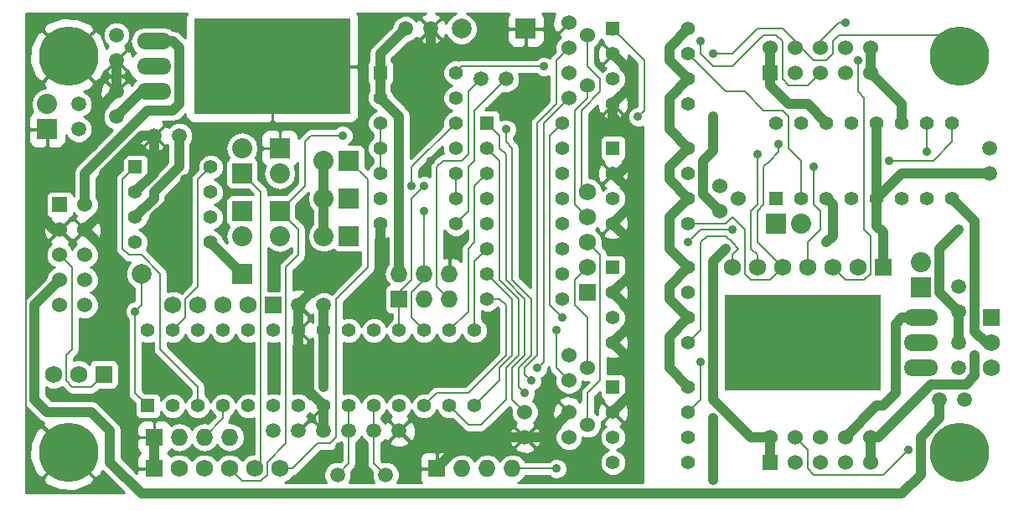
<source format=gtl>
%FSLAX36Y36*%
G04 Gerber Fmt 3.6, Leading zero omitted, Abs format (unit inch)*
G04 Created by KiCad (PCBNEW (2014-jul-16 BZR unknown)-product) date Thu 16 Oct 2014 07:06:32 PM PDT*
%MOIN*%
G01*
G04 APERTURE LIST*
%ADD10C,0.003937*%
%ADD11C,0.059100*%
%ADD12C,0.078700*%
%ADD13R,0.078700X0.078700*%
%ADD14C,0.236220*%
%ADD15R,0.068000X0.068000*%
%ADD16C,0.068000*%
%ADD17R,0.060000X0.060000*%
%ADD18C,0.060000*%
%ADD19O,0.068000X0.068000*%
%ADD20R,0.055000X0.055000*%
%ADD21C,0.055000*%
%ADD22O,0.137800X0.066900*%
%ADD23R,0.620000X0.380000*%
%ADD24R,0.080000X0.080000*%
%ADD25O,0.080000X0.080000*%
%ADD26C,0.035000*%
%ADD27C,0.040000*%
%ADD28C,0.008000*%
%ADD29C,0.010000*%
G04 APERTURE END LIST*
D10*
D11*
X4325000Y-4050000D03*
X4325000Y-4150000D03*
X4175000Y-4425000D03*
X4175000Y-4325000D03*
X4325000Y-4375000D03*
X4325000Y-4275000D03*
X4950000Y-5625000D03*
X5050000Y-5625000D03*
D12*
X4425000Y-5000000D03*
D13*
X4825000Y-5000000D03*
D14*
X4133858Y-4133858D03*
X7677165Y-4133858D03*
X4133858Y-5708661D03*
X7677165Y-5708661D03*
D15*
X7805000Y-5175000D03*
D16*
X7805000Y-5275000D03*
X7805000Y-5375000D03*
D15*
X4275000Y-5400000D03*
D16*
X4175000Y-5400000D03*
X4075000Y-5400000D03*
D17*
X4100000Y-4725000D03*
D18*
X4200000Y-4725000D03*
X4100000Y-4825000D03*
X4200000Y-4825000D03*
X4100000Y-4925000D03*
X4200000Y-4925000D03*
X4100000Y-5025000D03*
X4200000Y-5025000D03*
X4100000Y-5125000D03*
X4200000Y-5125000D03*
D15*
X5600000Y-5775000D03*
D19*
X5700000Y-5775000D03*
X5800000Y-5775000D03*
X5900000Y-5775000D03*
D13*
X5953000Y-4025000D03*
D12*
X5697000Y-4025000D03*
D20*
X6300000Y-4500000D03*
D21*
X6300000Y-4600000D03*
X6300000Y-4700000D03*
X6300000Y-4800000D03*
X6600000Y-4800000D03*
X6600000Y-4700000D03*
X6600000Y-4600000D03*
X6600000Y-4500000D03*
D20*
X6300000Y-4975000D03*
D21*
X6300000Y-5075000D03*
X6300000Y-5175000D03*
X6300000Y-5275000D03*
X6600000Y-5275000D03*
X6600000Y-5175000D03*
X6600000Y-5075000D03*
X6600000Y-4975000D03*
D20*
X6300000Y-5450000D03*
D21*
X6300000Y-5550000D03*
X6300000Y-5650000D03*
X6300000Y-5750000D03*
X6600000Y-5750000D03*
X6600000Y-5650000D03*
X6600000Y-5550000D03*
X6600000Y-5450000D03*
D20*
X5375000Y-4200000D03*
D21*
X5375000Y-4300000D03*
X5375000Y-4400000D03*
X5375000Y-4500000D03*
X5375000Y-4600000D03*
X5375000Y-4700000D03*
X5375000Y-4800000D03*
X5675000Y-4800000D03*
X5675000Y-4700000D03*
X5675000Y-4600000D03*
X5675000Y-4500000D03*
X5675000Y-4400000D03*
X5675000Y-4300000D03*
X5675000Y-4200000D03*
D11*
X5203900Y-5800000D03*
X5396100Y-5800000D03*
D18*
X5950000Y-5550000D03*
X5950000Y-5650000D03*
D11*
X7600000Y-5500000D03*
X7700000Y-5500000D03*
X7675000Y-5150000D03*
X7675000Y-5050000D03*
X7675000Y-5275000D03*
X7675000Y-5375000D03*
X7800000Y-4500000D03*
X7800000Y-4600000D03*
X5250000Y-5625000D03*
X5150000Y-5625000D03*
X5350000Y-5625000D03*
X5450000Y-5625000D03*
X5150000Y-5125000D03*
X5050000Y-5125000D03*
X5475000Y-4025000D03*
X5575000Y-4025000D03*
X5875000Y-4225000D03*
X5775000Y-4225000D03*
D17*
X6925000Y-5750000D03*
D18*
X6925000Y-5650000D03*
X7025000Y-5750000D03*
X7025000Y-5650000D03*
X7125000Y-5750000D03*
X7125000Y-5650000D03*
X7225000Y-5750000D03*
X7225000Y-5650000D03*
X7325000Y-5750000D03*
X7325000Y-5650000D03*
D17*
X6925000Y-4200000D03*
D18*
X6925000Y-4100000D03*
X7025000Y-4200000D03*
X7025000Y-4100000D03*
X7125000Y-4200000D03*
X7125000Y-4100000D03*
X7225000Y-4200000D03*
X7225000Y-4100000D03*
X7325000Y-4200000D03*
X7325000Y-4100000D03*
D15*
X4475000Y-5775000D03*
D16*
X4575000Y-5775000D03*
X4675000Y-5775000D03*
X4775000Y-5775000D03*
X4875000Y-5775000D03*
X4975000Y-5775000D03*
D15*
X5450000Y-5100000D03*
D19*
X5450000Y-5000000D03*
X5550000Y-5100000D03*
X5550000Y-5000000D03*
X5650000Y-5100000D03*
X5650000Y-5000000D03*
D15*
X4475000Y-5650000D03*
D19*
X4575000Y-5650000D03*
X4675000Y-5650000D03*
X4775000Y-5650000D03*
D15*
X7375000Y-4975000D03*
D16*
X7275000Y-4975000D03*
X7175000Y-4975000D03*
X7075000Y-4975000D03*
X6975000Y-4975000D03*
X6875000Y-4975000D03*
X6775000Y-4975000D03*
D15*
X6200000Y-5075000D03*
D16*
X6200000Y-4975000D03*
X6200000Y-4875000D03*
X6200000Y-4775000D03*
X6200000Y-4675000D03*
D20*
X5800000Y-4400000D03*
D21*
X5800000Y-4500000D03*
X5800000Y-4600000D03*
X5800000Y-4700000D03*
X5800000Y-4800000D03*
X5800000Y-4900000D03*
X5800000Y-5000000D03*
X5800000Y-5100000D03*
X6100000Y-5100000D03*
X6100000Y-5000000D03*
X6100000Y-4900000D03*
X6100000Y-4800000D03*
X6100000Y-4700000D03*
X6100000Y-4600000D03*
X6100000Y-4500000D03*
X6100000Y-4400000D03*
D15*
X4950000Y-5125000D03*
D16*
X4850000Y-5125000D03*
X4750000Y-5125000D03*
X4650000Y-5125000D03*
X4550000Y-5125000D03*
D20*
X6300000Y-4025000D03*
D21*
X6300000Y-4125000D03*
X6300000Y-4225000D03*
X6300000Y-4325000D03*
X6600000Y-4325000D03*
X6600000Y-4225000D03*
X6600000Y-4125000D03*
X6600000Y-4025000D03*
D22*
X7525000Y-5275000D03*
X7525000Y-5375000D03*
X7525000Y-5175000D03*
D23*
X7055000Y-5275000D03*
D20*
X6950000Y-4700000D03*
D21*
X7050000Y-4700000D03*
X7150000Y-4700000D03*
X7250000Y-4700000D03*
X7350000Y-4700000D03*
X7450000Y-4700000D03*
X7550000Y-4700000D03*
X7650000Y-4700000D03*
X7650000Y-4400000D03*
X7550000Y-4400000D03*
X7450000Y-4400000D03*
X7350000Y-4400000D03*
X7250000Y-4400000D03*
X7150000Y-4400000D03*
X7050000Y-4400000D03*
X6950000Y-4400000D03*
D22*
X4475000Y-4175000D03*
X4475000Y-4075000D03*
X4475000Y-4275000D03*
D23*
X4945000Y-4175000D03*
D20*
X4400000Y-4575000D03*
D21*
X4400000Y-4675000D03*
X4400000Y-4775000D03*
X4400000Y-4875000D03*
X4700000Y-4875000D03*
X4700000Y-4775000D03*
X4700000Y-4675000D03*
X4700000Y-4575000D03*
X4550000Y-5525000D03*
X4650000Y-5525000D03*
X4750000Y-5525000D03*
X4850000Y-5525000D03*
X4950000Y-5525000D03*
X5050000Y-5525000D03*
X5150000Y-5525000D03*
X5250000Y-5525000D03*
X5350000Y-5525000D03*
X5450000Y-5525000D03*
X5550000Y-5525000D03*
X5650000Y-5525000D03*
X5750000Y-5525000D03*
D20*
X4450000Y-5525000D03*
D21*
X5750000Y-5225000D03*
X5650000Y-5225000D03*
X5550000Y-5225000D03*
X5450000Y-5225000D03*
X5350000Y-5225000D03*
X5250000Y-5225000D03*
X5150000Y-5225000D03*
X5050000Y-5225000D03*
X4950000Y-5225000D03*
X4850000Y-5225000D03*
X4750000Y-5225000D03*
X4650000Y-5225000D03*
X4550000Y-5225000D03*
X4450000Y-5225000D03*
D24*
X5250000Y-4850000D03*
D25*
X5150000Y-4850000D03*
D24*
X5250000Y-4700000D03*
D25*
X5150000Y-4700000D03*
D24*
X5250000Y-4550000D03*
D25*
X5150000Y-4550000D03*
D24*
X4050000Y-4425000D03*
D25*
X4050000Y-4325000D03*
D24*
X4975000Y-4750000D03*
D25*
X4975000Y-4850000D03*
D24*
X4975000Y-4500000D03*
D25*
X4975000Y-4600000D03*
D24*
X4825000Y-4600000D03*
D25*
X4825000Y-4500000D03*
D24*
X4825000Y-4750000D03*
D25*
X4825000Y-4850000D03*
D24*
X6950000Y-4800000D03*
D25*
X7050000Y-4800000D03*
D24*
X7525000Y-5055000D03*
D25*
X7525000Y-4955000D03*
D11*
X4575000Y-4450000D03*
X4475000Y-4450000D03*
D18*
X6125000Y-4000000D03*
X6200000Y-4050000D03*
X6125000Y-4100000D03*
X6125000Y-4200000D03*
X6200000Y-4250000D03*
X6125000Y-4300000D03*
X6125000Y-5550000D03*
X6200000Y-5600000D03*
X6125000Y-5650000D03*
X6125000Y-5325000D03*
X6200000Y-5375000D03*
X6125000Y-5425000D03*
X6725000Y-4650000D03*
X6800000Y-4700000D03*
X6725000Y-4750000D03*
D26*
X4280000Y-4975000D03*
X4950000Y-4975000D03*
X5953000Y-4225000D03*
X5575000Y-4425000D03*
X5575000Y-4275000D03*
X5575000Y-4550000D03*
X4275000Y-4875000D03*
X4325000Y-5250000D03*
X4600000Y-4625000D03*
X4600000Y-4800000D03*
X4475000Y-4875000D03*
X4524042Y-4725958D03*
X4950000Y-5425000D03*
X5050000Y-5425000D03*
X4575000Y-5450000D03*
X4650000Y-5375000D03*
X4699042Y-5424042D03*
X4800000Y-5575000D03*
X4825000Y-5725000D03*
X5212500Y-5687500D03*
X5300000Y-5700000D03*
X5775000Y-5650000D03*
X5825000Y-5275000D03*
X5825000Y-5175000D03*
X5375000Y-4950000D03*
X5275000Y-4950000D03*
X7475000Y-5700000D03*
X6700000Y-4125000D03*
X7675000Y-4825000D03*
X4400000Y-5150000D03*
X6750000Y-4900000D03*
X7150000Y-4875000D03*
X6700000Y-4375000D03*
X6700000Y-5820000D03*
X6700000Y-5575000D03*
X7740000Y-5325000D03*
X6650000Y-4075000D03*
X7225000Y-4000000D03*
X5225000Y-4450000D03*
X5550000Y-4650000D03*
X6100000Y-5175000D03*
X5550000Y-4750000D03*
X6075000Y-5225000D03*
X6000000Y-5375000D03*
X5975000Y-5425000D03*
X6600000Y-4875000D03*
X6775000Y-4825000D03*
X6650000Y-5350000D03*
X7275000Y-4150000D03*
X7100000Y-4575000D03*
X6960000Y-4485000D03*
X7550000Y-4515000D03*
X6875000Y-4525000D03*
X7400000Y-4550000D03*
X5500000Y-4650000D03*
X6400000Y-4375000D03*
X5950000Y-5475000D03*
X5875000Y-4425000D03*
X6025000Y-4175000D03*
X5150000Y-5450000D03*
X6075000Y-5775000D03*
D27*
X5575000Y-4275000D02*
X5575000Y-4025000D01*
X5575000Y-4425000D02*
X5575000Y-4275000D01*
X4280000Y-4975000D02*
X4280000Y-5205000D01*
X4280000Y-4880000D02*
X4280000Y-4975000D01*
X4200000Y-4825000D02*
X4250000Y-4875000D01*
X4250000Y-4875000D02*
X4275000Y-4875000D01*
X4275000Y-4875000D02*
X4280000Y-4880000D01*
X4280000Y-5205000D02*
X4325000Y-5250000D01*
X4524042Y-4725958D02*
X4600000Y-4650000D01*
X4600000Y-4650000D02*
X4600000Y-4625000D01*
X4524042Y-4725958D02*
X4598083Y-4800000D01*
X4598083Y-4800000D02*
X4600000Y-4800000D01*
X4475000Y-4775000D02*
X4475000Y-4875000D01*
X4524042Y-4725958D02*
X4475000Y-4775000D01*
X4699042Y-5424042D02*
X4650000Y-5375000D01*
D28*
X4800000Y-5575000D02*
X4850000Y-5625000D01*
X4850000Y-5700000D02*
X4825000Y-5725000D01*
X4850000Y-5625000D02*
X4850000Y-5700000D01*
D27*
X5825000Y-5175000D02*
X5825000Y-5275000D01*
X5150000Y-5525000D02*
X5050000Y-5425000D01*
X5050000Y-5425000D02*
X5050000Y-5225000D01*
X5050000Y-5125000D02*
X5225000Y-4950000D01*
X5375000Y-4950000D02*
X5375000Y-4800000D01*
X5225000Y-4950000D02*
X5275000Y-4950000D01*
X6125000Y-5550000D02*
X6025000Y-5650000D01*
X6025000Y-5650000D02*
X5950000Y-5650000D01*
X5600000Y-5775000D02*
X5725000Y-5650000D01*
X5725000Y-5650000D02*
X5775000Y-5650000D01*
X5775000Y-5650000D02*
X5950000Y-5650000D01*
X4400000Y-4675000D02*
X4475000Y-4600000D01*
X4475000Y-4600000D02*
X4475000Y-4450000D01*
X4200000Y-4825000D02*
X4275000Y-4750000D01*
X4425000Y-4450000D02*
X4475000Y-4450000D01*
X4275000Y-4600000D02*
X4425000Y-4450000D01*
X4275000Y-4750000D02*
X4275000Y-4600000D01*
X4325000Y-4275000D02*
X4250000Y-4350000D01*
X4025000Y-4775000D02*
X4075000Y-4825000D01*
X4025000Y-4675000D02*
X4025000Y-4775000D01*
X4250000Y-4450000D02*
X4025000Y-4675000D01*
X4250000Y-4350000D02*
X4250000Y-4450000D01*
X4075000Y-4825000D02*
X4100000Y-4825000D01*
X6300000Y-4600000D02*
X6325000Y-4600000D01*
X6325000Y-4600000D02*
X6375000Y-4550000D01*
X6300000Y-4375000D02*
X6300000Y-4325000D01*
X6375000Y-4450000D02*
X6300000Y-4375000D01*
X6375000Y-4550000D02*
X6375000Y-4450000D01*
X6300000Y-5275000D02*
X6375000Y-5350000D01*
X6375000Y-5475000D02*
X6300000Y-5550000D01*
X6375000Y-5350000D02*
X6375000Y-5475000D01*
X6300000Y-5075000D02*
X6375000Y-5150000D01*
X6375000Y-5200000D02*
X6300000Y-5275000D01*
X6375000Y-5150000D02*
X6375000Y-5200000D01*
X6300000Y-4800000D02*
X6375000Y-4875000D01*
X6375000Y-5000000D02*
X6300000Y-5075000D01*
X6375000Y-4875000D02*
X6375000Y-5000000D01*
X6300000Y-4600000D02*
X6375000Y-4675000D01*
X6375000Y-4725000D02*
X6300000Y-4800000D01*
X6375000Y-4675000D02*
X6375000Y-4725000D01*
X6300000Y-4325000D02*
X6375000Y-4250000D01*
X6375000Y-4200000D02*
X6300000Y-4125000D01*
X6375000Y-4250000D02*
X6375000Y-4200000D01*
D28*
X4133858Y-5708661D02*
X3965000Y-5539803D01*
X3965000Y-4960000D02*
X4100000Y-4825000D01*
X3965000Y-5539803D02*
X3965000Y-4960000D01*
D27*
X4475000Y-5775000D02*
X4475000Y-5650000D01*
X5150000Y-5625000D02*
X5150000Y-5525000D01*
X5050000Y-5125000D02*
X5050000Y-5225000D01*
D28*
X7475000Y-5700000D02*
X7375000Y-5800000D01*
X7375000Y-5800000D02*
X7100000Y-5800000D01*
X7100000Y-5800000D02*
X7075000Y-5775000D01*
X7075000Y-5775000D02*
X7075000Y-5700000D01*
X7075000Y-5700000D02*
X7025000Y-5650000D01*
X6875000Y-4025000D02*
X6775000Y-4125000D01*
X6775000Y-4125000D02*
X6700000Y-4125000D01*
X6975000Y-4025000D02*
X6875000Y-4025000D01*
X7025000Y-4075000D02*
X6975000Y-4025000D01*
X7025000Y-4100000D02*
X7025000Y-4075000D01*
X7100000Y-4150000D02*
X7150000Y-4150000D01*
X7150000Y-4150000D02*
X7175000Y-4125000D01*
X7175000Y-4125000D02*
X7175000Y-4075000D01*
X7175000Y-4075000D02*
X7200000Y-4050000D01*
X7200000Y-4050000D02*
X7593307Y-4050000D01*
X7593307Y-4050000D02*
X7677165Y-4133858D01*
X7050000Y-4100000D02*
X7100000Y-4150000D01*
X7025000Y-4100000D02*
X7050000Y-4100000D01*
D27*
X4325000Y-4275000D02*
X4325000Y-4150000D01*
D28*
X5250000Y-5625000D02*
X5250000Y-5525000D01*
X5203900Y-5800000D02*
X5250000Y-5753900D01*
X5250000Y-5753900D02*
X5250000Y-5625000D01*
X5350000Y-5625000D02*
X5350000Y-5525000D01*
X5396100Y-5800000D02*
X5350000Y-5753900D01*
X5350000Y-5753900D02*
X5350000Y-5625000D01*
X5800000Y-4400000D02*
X5850000Y-4450000D01*
X5875000Y-5025000D02*
X5950000Y-5100000D01*
X5875000Y-4525000D02*
X5875000Y-5025000D01*
X5850000Y-4500000D02*
X5875000Y-4525000D01*
X5850000Y-4450000D02*
X5850000Y-4500000D01*
X5900000Y-5375000D02*
X5950000Y-5325000D01*
X5950000Y-5325000D02*
X5950000Y-5100000D01*
X5950000Y-5550000D02*
X5900000Y-5500000D01*
X5900000Y-5500000D02*
X5900000Y-5375000D01*
D27*
X4100000Y-5025000D02*
X4000000Y-5125000D01*
X4300000Y-5625000D02*
X4300000Y-5750000D01*
X4300000Y-5750000D02*
X4425000Y-5875000D01*
X4225000Y-5550000D02*
X4300000Y-5625000D01*
X4050000Y-5550000D02*
X4225000Y-5550000D01*
X4000000Y-5500000D02*
X4050000Y-5550000D01*
X4000000Y-5125000D02*
X4000000Y-5500000D01*
X7525000Y-5650000D02*
X7525000Y-5800000D01*
X7450000Y-5875000D02*
X7525000Y-5800000D01*
X7600000Y-5575000D02*
X7525000Y-5650000D01*
X7600000Y-5500000D02*
X7600000Y-5575000D01*
X4425000Y-5875000D02*
X7450000Y-5875000D01*
X7350000Y-4700000D02*
X7350000Y-4400000D01*
X7350000Y-4810000D02*
X7375000Y-4835000D01*
X7375000Y-4835000D02*
X7375000Y-4975000D01*
X7350000Y-4700000D02*
X7350000Y-4810000D01*
X7450000Y-4600000D02*
X7800000Y-4600000D01*
X7350000Y-4700000D02*
X7450000Y-4600000D01*
X7675000Y-5150000D02*
X7600000Y-5075000D01*
X7600000Y-4900000D02*
X7675000Y-4825000D01*
X7600000Y-5075000D02*
X7600000Y-4900000D01*
X7675000Y-5275000D02*
X7675000Y-5150000D01*
X7350000Y-5525000D02*
X7375000Y-5525000D01*
X7375000Y-5525000D02*
X7425000Y-5475000D01*
X7425000Y-5475000D02*
X7425000Y-5200000D01*
X7425000Y-5200000D02*
X7450000Y-5175000D01*
X7450000Y-5175000D02*
X7525000Y-5175000D01*
X7225000Y-5650000D02*
X7350000Y-5525000D01*
X6525000Y-5375000D02*
X6525000Y-5250000D01*
X6525000Y-5250000D02*
X6600000Y-5175000D01*
X6600000Y-5450000D02*
X6525000Y-5375000D01*
X6525000Y-5100000D02*
X6525000Y-5050000D01*
X6525000Y-5050000D02*
X6600000Y-4975000D01*
X6600000Y-5175000D02*
X6525000Y-5100000D01*
X6525000Y-4900000D02*
X6525000Y-4775000D01*
X6525000Y-4775000D02*
X6600000Y-4700000D01*
X6600000Y-4975000D02*
X6525000Y-4900000D01*
X6525000Y-4625000D02*
X6525000Y-4575000D01*
X6525000Y-4575000D02*
X6600000Y-4500000D01*
X6600000Y-4700000D02*
X6525000Y-4625000D01*
X6525000Y-4100000D02*
X6600000Y-4025000D01*
X6525000Y-4150000D02*
X6525000Y-4100000D01*
X6600000Y-4225000D02*
X6525000Y-4150000D01*
X6525000Y-4425000D02*
X6525000Y-4300000D01*
X6525000Y-4300000D02*
X6600000Y-4225000D01*
X6600000Y-4500000D02*
X6525000Y-4425000D01*
X4200000Y-4600000D02*
X4450000Y-4350000D01*
X4450000Y-4350000D02*
X4550000Y-4350000D01*
X4550000Y-4350000D02*
X4575000Y-4325000D01*
X4575000Y-4325000D02*
X4575000Y-4100000D01*
X4575000Y-4100000D02*
X4550000Y-4075000D01*
X4550000Y-4075000D02*
X4475000Y-4075000D01*
X4200000Y-4725000D02*
X4200000Y-4600000D01*
D28*
X5675000Y-4800000D02*
X5725000Y-4750000D01*
X5750000Y-4350000D02*
X5875000Y-4225000D01*
X5750000Y-4550000D02*
X5750000Y-4350000D01*
X5725000Y-4575000D02*
X5750000Y-4550000D01*
X5725000Y-4750000D02*
X5725000Y-4575000D01*
X5650000Y-5100000D02*
X5600000Y-5050000D01*
X5700000Y-4550000D02*
X5725000Y-4525000D01*
X5625000Y-4550000D02*
X5700000Y-4550000D01*
X5600000Y-4575000D02*
X5625000Y-4550000D01*
X5600000Y-5050000D02*
X5600000Y-4575000D01*
X5725000Y-4525000D02*
X5725000Y-4275000D01*
X5725000Y-4275000D02*
X5775000Y-4225000D01*
X4425000Y-5000000D02*
X4425000Y-5125000D01*
X4425000Y-5125000D02*
X4400000Y-5150000D01*
X4450000Y-5525000D02*
X4400000Y-5475000D01*
X4400000Y-5475000D02*
X4400000Y-5150000D01*
X4100000Y-4925000D02*
X4150000Y-4975000D01*
X4225000Y-5450000D02*
X4275000Y-5400000D01*
X4150000Y-5450000D02*
X4225000Y-5450000D01*
X4125000Y-5425000D02*
X4150000Y-5450000D01*
X4125000Y-5325000D02*
X4125000Y-5425000D01*
X4150000Y-5300000D02*
X4125000Y-5325000D01*
X4150000Y-4975000D02*
X4150000Y-5300000D01*
D27*
X6750000Y-4900000D02*
X6700000Y-4950000D01*
X7150000Y-4700000D02*
X7175000Y-4725000D01*
X7175000Y-4850000D02*
X7150000Y-4875000D01*
X7175000Y-4725000D02*
X7175000Y-4850000D01*
X6925000Y-5750000D02*
X6925000Y-5650000D01*
X6850000Y-5650000D02*
X6700000Y-5500000D01*
X6925000Y-5650000D02*
X6850000Y-5650000D01*
X6700000Y-5500000D02*
X6700000Y-4950000D01*
D28*
X6200000Y-4975000D02*
X6150000Y-5025000D01*
X6150000Y-5125000D02*
X6200000Y-5175000D01*
X6150000Y-5025000D02*
X6150000Y-5125000D01*
X6200000Y-5175000D02*
X6200000Y-5375000D01*
X6200000Y-4875000D02*
X6250000Y-4925000D01*
X6200000Y-5475000D02*
X6200000Y-5600000D01*
X6250000Y-5425000D02*
X6200000Y-5475000D01*
X6250000Y-4925000D02*
X6250000Y-5425000D01*
D27*
X6660000Y-4550000D02*
X6700000Y-4510000D01*
X6660000Y-4685000D02*
X6660000Y-4550000D01*
X6725000Y-4750000D02*
X6660000Y-4685000D01*
X6700000Y-4375000D02*
X6700000Y-4510000D01*
X6700000Y-5820000D02*
X6700000Y-5575000D01*
X7325000Y-5750000D02*
X7325000Y-5650000D01*
X7565000Y-5440000D02*
X7705000Y-5440000D01*
X7705000Y-5440000D02*
X7740000Y-5405000D01*
X7740000Y-5405000D02*
X7740000Y-5325000D01*
X7355000Y-5650000D02*
X7565000Y-5440000D01*
X7325000Y-5650000D02*
X7355000Y-5650000D01*
X7325000Y-4100000D02*
X7325000Y-4200000D01*
X7450000Y-4325000D02*
X7450000Y-4400000D01*
X7325000Y-4200000D02*
X7450000Y-4325000D01*
D28*
X6200000Y-4775000D02*
X6150000Y-4725000D01*
X6200000Y-4300000D02*
X6200000Y-4250000D01*
X6150000Y-4350000D02*
X6200000Y-4300000D01*
X6150000Y-4725000D02*
X6150000Y-4350000D01*
X7075000Y-4250000D02*
X7000000Y-4250000D01*
X7000000Y-4250000D02*
X6975000Y-4225000D01*
X6975000Y-4225000D02*
X6975000Y-4075000D01*
X6975000Y-4075000D02*
X6950000Y-4050000D01*
X6950000Y-4050000D02*
X6900000Y-4050000D01*
X6900000Y-4050000D02*
X6775000Y-4175000D01*
X6775000Y-4175000D02*
X6700000Y-4175000D01*
X6700000Y-4175000D02*
X6650000Y-4125000D01*
X6650000Y-4125000D02*
X6650000Y-4075000D01*
X7125000Y-4200000D02*
X7075000Y-4250000D01*
X6200000Y-4675000D02*
X6175000Y-4650000D01*
X6175000Y-4350000D02*
X6250000Y-4275000D01*
X6175000Y-4650000D02*
X6175000Y-4350000D01*
X6200000Y-4175000D02*
X6200000Y-4050000D01*
X6250000Y-4225000D02*
X6200000Y-4175000D01*
X6250000Y-4275000D02*
X6250000Y-4225000D01*
X7200000Y-4000000D02*
X7225000Y-4000000D01*
X7125000Y-4075000D02*
X7200000Y-4000000D01*
X7125000Y-4100000D02*
X7125000Y-4075000D01*
D27*
X6925000Y-4100000D02*
X6925000Y-4200000D01*
X7075000Y-4325000D02*
X7150000Y-4400000D01*
X7000000Y-4325000D02*
X7075000Y-4325000D01*
X6925000Y-4250000D02*
X7000000Y-4325000D01*
X6925000Y-4200000D02*
X6925000Y-4225000D01*
X6925000Y-4200000D02*
X6925000Y-4250000D01*
D28*
X4775000Y-5775000D02*
X4825000Y-5825000D01*
X4925000Y-5750000D02*
X5000000Y-5675000D01*
X4925000Y-5800000D02*
X4925000Y-5750000D01*
X4900000Y-5825000D02*
X4925000Y-5800000D01*
X4825000Y-5825000D02*
X4900000Y-5825000D01*
X4975000Y-4750000D02*
X5075000Y-4650000D01*
X5075000Y-4650000D02*
X5075000Y-4475000D01*
X5075000Y-4475000D02*
X5100000Y-4450000D01*
X5100000Y-4450000D02*
X5225000Y-4450000D01*
X4975000Y-4750000D02*
X5050000Y-4825000D01*
X5050000Y-4925000D02*
X5000000Y-4975000D01*
X5050000Y-4825000D02*
X5050000Y-4925000D01*
X5000000Y-5675000D02*
X5000000Y-4975000D01*
X4825000Y-4600000D02*
X4900000Y-4675000D01*
X4900000Y-4675000D02*
X4900000Y-5750000D01*
X4875000Y-5775000D02*
X4900000Y-5750000D01*
X4975000Y-5775000D02*
X5025000Y-5775000D01*
X5200000Y-5650000D02*
X5200000Y-5100000D01*
X5175000Y-5675000D02*
X5200000Y-5650000D01*
X5125000Y-5675000D02*
X5175000Y-5675000D01*
X5025000Y-5775000D02*
X5125000Y-5675000D01*
X5250000Y-4550000D02*
X5325000Y-4625000D01*
X5325000Y-4625000D02*
X5325000Y-4975000D01*
X5325000Y-4975000D02*
X5200000Y-5100000D01*
X5675000Y-4600000D02*
X5675000Y-4700000D01*
X5500000Y-4700000D02*
X5500000Y-5025000D01*
X5550000Y-4650000D02*
X5500000Y-4700000D01*
X5450000Y-5100000D02*
X5450000Y-5075000D01*
X5450000Y-5075000D02*
X5500000Y-5025000D01*
X5450000Y-5100000D02*
X5450000Y-5225000D01*
X6100000Y-5175000D02*
X6050000Y-5125000D01*
X6050000Y-5125000D02*
X6050000Y-4450000D01*
X6100000Y-4400000D02*
X6050000Y-4450000D01*
X5550000Y-4750000D02*
X5550000Y-5000000D01*
X5550000Y-5225000D02*
X5500000Y-5175000D01*
X5500000Y-5075000D02*
X5550000Y-5025000D01*
X5500000Y-5175000D02*
X5500000Y-5075000D01*
X5550000Y-5025000D02*
X5550000Y-5000000D01*
X4675000Y-5650000D02*
X4750000Y-5575000D01*
X4750000Y-5575000D02*
X4750000Y-5525000D01*
X6125000Y-5425000D02*
X6075000Y-5375000D01*
X6075000Y-5375000D02*
X6075000Y-5225000D01*
X6000000Y-5375000D02*
X6025000Y-5350000D01*
X6025000Y-5350000D02*
X6025000Y-4400000D01*
X6125000Y-4300000D02*
X6025000Y-4400000D01*
X5950000Y-5375000D02*
X6000000Y-5325000D01*
X6000000Y-5325000D02*
X6000000Y-4400000D01*
X6125000Y-4100000D02*
X6075000Y-4150000D01*
X6075000Y-4150000D02*
X6075000Y-4325000D01*
X6075000Y-4325000D02*
X6000000Y-4400000D01*
X5950000Y-5375000D02*
X5950000Y-5400000D01*
X5950000Y-5400000D02*
X5975000Y-5425000D01*
X6600000Y-4875000D02*
X6650000Y-4825000D01*
X6650000Y-4825000D02*
X6775000Y-4825000D01*
X6650000Y-5500000D02*
X6650000Y-5350000D01*
X6600000Y-5550000D02*
X6650000Y-5500000D01*
X7050000Y-4550000D02*
X7000000Y-4500000D01*
X7000000Y-4500000D02*
X7000000Y-4375000D01*
X7000000Y-4375000D02*
X6975000Y-4350000D01*
X6825000Y-4275000D02*
X6750000Y-4275000D01*
X6750000Y-4275000D02*
X6600000Y-4125000D01*
X7050000Y-4700000D02*
X7050000Y-4550000D01*
X6900000Y-4350000D02*
X6825000Y-4275000D01*
X6975000Y-4350000D02*
X6900000Y-4350000D01*
X7325000Y-4850000D02*
X7300000Y-4825000D01*
X7325000Y-4900000D02*
X7325000Y-4850000D01*
X7325000Y-5000000D02*
X7325000Y-4900000D01*
X7300000Y-5025000D02*
X7325000Y-5000000D01*
X7225000Y-5025000D02*
X7300000Y-5025000D01*
X7175000Y-4975000D02*
X7225000Y-5025000D01*
X7300000Y-4300000D02*
X7275000Y-4275000D01*
X7275000Y-4275000D02*
X7275000Y-4150000D01*
X7300000Y-4825000D02*
X7300000Y-4300000D01*
X7100000Y-4725000D02*
X7125000Y-4750000D01*
X7125000Y-4825000D02*
X7075000Y-4875000D01*
X7125000Y-4750000D02*
X7125000Y-4825000D01*
X7100000Y-4725000D02*
X7100000Y-4575000D01*
X7075000Y-4975000D02*
X7075000Y-4875000D01*
X6775000Y-4775000D02*
X6750000Y-4800000D01*
X6750000Y-4800000D02*
X6600000Y-4800000D01*
X6825000Y-5000000D02*
X6850000Y-5025000D01*
X6850000Y-5025000D02*
X6925000Y-5025000D01*
X6925000Y-5025000D02*
X6975000Y-4975000D01*
X6825000Y-4825000D02*
X6775000Y-4775000D01*
X6825000Y-5000000D02*
X6825000Y-4825000D01*
X6875000Y-4875000D02*
X6875000Y-4750000D01*
X6875000Y-4750000D02*
X6900000Y-4725000D01*
X6900000Y-4725000D02*
X6900000Y-4575000D01*
X6900000Y-4575000D02*
X6925000Y-4550000D01*
X6975000Y-4975000D02*
X6875000Y-4875000D01*
X6960000Y-4515000D02*
X6960000Y-4485000D01*
X7550000Y-4515000D02*
X7550000Y-4400000D01*
X6925000Y-4550000D02*
X6960000Y-4515000D01*
X6875000Y-4925000D02*
X6850000Y-4900000D01*
X6850000Y-4900000D02*
X6850000Y-4750000D01*
X6850000Y-4750000D02*
X6875000Y-4725000D01*
X6875000Y-4725000D02*
X6875000Y-4525000D01*
X6875000Y-4975000D02*
X6875000Y-4925000D01*
X7650000Y-4475000D02*
X7575000Y-4550000D01*
X7575000Y-4550000D02*
X7400000Y-4550000D01*
X7650000Y-4400000D02*
X7650000Y-4475000D01*
X6650000Y-5225000D02*
X6600000Y-5275000D01*
X6650000Y-4875000D02*
X6650000Y-5225000D01*
X6675000Y-4850000D02*
X6650000Y-4875000D01*
X6750000Y-4850000D02*
X6675000Y-4850000D01*
X6775000Y-4925000D02*
X6800000Y-4900000D01*
X6775000Y-4975000D02*
X6775000Y-4925000D01*
X6775000Y-4875000D02*
X6750000Y-4850000D01*
X6800000Y-4900000D02*
X6775000Y-4875000D01*
X4650000Y-5525000D02*
X4650000Y-5450000D01*
X4350000Y-4625000D02*
X4400000Y-4575000D01*
X4350000Y-4900000D02*
X4350000Y-4625000D01*
X4375000Y-4925000D02*
X4350000Y-4900000D01*
X4425000Y-4925000D02*
X4375000Y-4925000D01*
X4500000Y-5000000D02*
X4425000Y-4925000D01*
X4500000Y-5300000D02*
X4500000Y-5000000D01*
X4650000Y-5450000D02*
X4500000Y-5300000D01*
X5500000Y-4575000D02*
X5675000Y-4400000D01*
X5500000Y-4650000D02*
X5500000Y-4575000D01*
X5800000Y-4500000D02*
X5850000Y-4550000D01*
X5850000Y-5025000D02*
X5925000Y-5100000D01*
X5850000Y-4550000D02*
X5850000Y-5025000D01*
X5775000Y-5600000D02*
X5875000Y-5500000D01*
X5925000Y-5325000D02*
X5925000Y-5100000D01*
X5875000Y-5375000D02*
X5925000Y-5325000D01*
X5875000Y-5500000D02*
X5875000Y-5375000D01*
X5650000Y-5525000D02*
X5725000Y-5600000D01*
X5725000Y-5600000D02*
X5775000Y-5600000D01*
X5800000Y-4600000D02*
X5750000Y-4650000D01*
X5750000Y-4875000D02*
X5725000Y-4900000D01*
X5750000Y-4650000D02*
X5750000Y-4875000D01*
X5650000Y-5225000D02*
X5725000Y-5150000D01*
X5725000Y-5150000D02*
X5725000Y-4900000D01*
X5750000Y-5225000D02*
X5750000Y-4950000D01*
X5750000Y-4950000D02*
X5800000Y-4900000D01*
X5750000Y-5525000D02*
X5850000Y-5425000D01*
X5900000Y-5100000D02*
X5800000Y-5000000D01*
X5900000Y-5325000D02*
X5900000Y-5100000D01*
X5850000Y-5375000D02*
X5900000Y-5325000D01*
X5850000Y-5425000D02*
X5850000Y-5375000D01*
X5800000Y-5100000D02*
X5850000Y-5100000D01*
X5875000Y-5125000D02*
X5875000Y-5325000D01*
X5850000Y-5100000D02*
X5875000Y-5125000D01*
X5725000Y-5475000D02*
X5600000Y-5475000D01*
X5875000Y-5325000D02*
X5725000Y-5475000D01*
X5550000Y-5525000D02*
X5600000Y-5475000D01*
X6425000Y-4350000D02*
X6425000Y-4150000D01*
X6400000Y-4375000D02*
X6425000Y-4350000D01*
X6300000Y-4025000D02*
X6425000Y-4150000D01*
X6300000Y-4025000D02*
X6300000Y-4050000D01*
X5375000Y-4500000D02*
X5375000Y-4600000D01*
X5375000Y-4400000D02*
X5375000Y-4500000D01*
X5875000Y-4425000D02*
X5875000Y-4475000D01*
X5900000Y-5025000D02*
X5975000Y-5100000D01*
X5900000Y-4500000D02*
X5900000Y-5025000D01*
X5875000Y-4475000D02*
X5900000Y-4500000D01*
X5925000Y-5375000D02*
X5975000Y-5325000D01*
X5975000Y-5325000D02*
X5975000Y-5100000D01*
X5925000Y-5450000D02*
X5925000Y-5375000D01*
X5950000Y-5475000D02*
X5925000Y-5450000D01*
X4700000Y-4575000D02*
X4650000Y-4625000D01*
X4650000Y-5050000D02*
X4600000Y-5100000D01*
X4650000Y-4625000D02*
X4650000Y-5050000D01*
X4550000Y-5225000D02*
X4600000Y-5175000D01*
X4600000Y-5175000D02*
X4600000Y-5100000D01*
D27*
X7805000Y-5275000D02*
X7790000Y-5275000D01*
X7740000Y-5230000D02*
X7740000Y-4790000D01*
X7740000Y-4790000D02*
X7650000Y-4700000D01*
X7785000Y-5275000D02*
X7740000Y-5230000D01*
X7805000Y-5275000D02*
X7785000Y-5275000D01*
X4575000Y-4575000D02*
X4475000Y-4675000D01*
X4575000Y-4550000D02*
X4575000Y-4575000D01*
X4575000Y-4450000D02*
X4575000Y-4550000D01*
X4475000Y-4700000D02*
X4400000Y-4775000D01*
X4475000Y-4675000D02*
X4475000Y-4700000D01*
D28*
X6025000Y-4175000D02*
X5700000Y-4175000D01*
X5700000Y-4175000D02*
X5675000Y-4200000D01*
D27*
X5150000Y-5225000D02*
X5150000Y-5450000D01*
D28*
X6075000Y-5775000D02*
X5900000Y-5775000D01*
D27*
X5150000Y-4550000D02*
X5150000Y-4700000D01*
X5150000Y-4850000D02*
X5150000Y-4700000D01*
X4700000Y-4875000D02*
X4825000Y-5000000D01*
X4325000Y-4375000D02*
X4425000Y-4275000D01*
X4425000Y-4275000D02*
X4475000Y-4275000D01*
X5450000Y-5000000D02*
X5450000Y-4375000D01*
X5450000Y-4375000D02*
X5375000Y-4300000D01*
X5375000Y-4300000D02*
X5375000Y-4200000D01*
X5375000Y-4200000D02*
X5375000Y-4125000D01*
X5375000Y-4125000D02*
X5475000Y-4025000D01*
X5150000Y-5125000D02*
X5150000Y-5225000D01*
D29*
G36*
X4356360Y-5870000D02*
X4237348Y-5870000D01*
X4237348Y-5813565D01*
X4133858Y-5710076D01*
X4132444Y-5711490D01*
X4132444Y-5708661D01*
X4028954Y-5605172D01*
X4006978Y-5617713D01*
X3981831Y-5673191D01*
X3979830Y-5734070D01*
X4001278Y-5791080D01*
X4006978Y-5799610D01*
X4028954Y-5812151D01*
X4132444Y-5708661D01*
X4132444Y-5711490D01*
X4030369Y-5813565D01*
X4042910Y-5835542D01*
X4098388Y-5860688D01*
X4159266Y-5862690D01*
X4216276Y-5841242D01*
X4224806Y-5835542D01*
X4237348Y-5813565D01*
X4237348Y-5870000D01*
X3963976Y-5870000D01*
X3963976Y-5525528D01*
X3968180Y-5531820D01*
X4018180Y-5581820D01*
X4032779Y-5591575D01*
X4036858Y-5592386D01*
X4030369Y-5603758D01*
X4133858Y-5707247D01*
X4134415Y-5706690D01*
X4135829Y-5708105D01*
X4135272Y-5708661D01*
X4238762Y-5812151D01*
X4260739Y-5799610D01*
X4268608Y-5782248D01*
X4356360Y-5870000D01*
X4356360Y-5870000D01*
G37*
X4356360Y-5870000D02*
X4237348Y-5870000D01*
X4237348Y-5813565D01*
X4133858Y-5710076D01*
X4132444Y-5711490D01*
X4132444Y-5708661D01*
X4028954Y-5605172D01*
X4006978Y-5617713D01*
X3981831Y-5673191D01*
X3979830Y-5734070D01*
X4001278Y-5791080D01*
X4006978Y-5799610D01*
X4028954Y-5812151D01*
X4132444Y-5708661D01*
X4132444Y-5711490D01*
X4030369Y-5813565D01*
X4042910Y-5835542D01*
X4098388Y-5860688D01*
X4159266Y-5862690D01*
X4216276Y-5841242D01*
X4224806Y-5835542D01*
X4237348Y-5813565D01*
X4237348Y-5870000D01*
X3963976Y-5870000D01*
X3963976Y-5525528D01*
X3968180Y-5531820D01*
X4018180Y-5581820D01*
X4032779Y-5591575D01*
X4036858Y-5592386D01*
X4030369Y-5603758D01*
X4133858Y-5707247D01*
X4134415Y-5706690D01*
X4135829Y-5708105D01*
X4135272Y-5708661D01*
X4238762Y-5812151D01*
X4260739Y-5799610D01*
X4268608Y-5782248D01*
X4356360Y-5870000D01*
G36*
X4476787Y-4176000D02*
X4476000Y-4176000D01*
X4476000Y-4176787D01*
X4474000Y-4176787D01*
X4474000Y-4176000D01*
X4473213Y-4176000D01*
X4473213Y-4174000D01*
X4474000Y-4174000D01*
X4474000Y-4173213D01*
X4476000Y-4173213D01*
X4476000Y-4174000D01*
X4476787Y-4174000D01*
X4476787Y-4176000D01*
X4476787Y-4176000D01*
G37*
X4476787Y-4176000D02*
X4476000Y-4176000D01*
X4476000Y-4176787D01*
X4474000Y-4176787D01*
X4474000Y-4176000D01*
X4473213Y-4176000D01*
X4473213Y-4174000D01*
X4474000Y-4174000D01*
X4474000Y-4173213D01*
X4476000Y-4173213D01*
X4476000Y-4174000D01*
X4476787Y-4174000D01*
X4476787Y-4176000D01*
G36*
X4621000Y-5480177D02*
X4620300Y-5480467D01*
X4605519Y-5495222D01*
X4599996Y-5508521D01*
X4594533Y-5495300D01*
X4579778Y-5480519D01*
X4560489Y-5472509D01*
X4539603Y-5472491D01*
X4520300Y-5480467D01*
X4505519Y-5495222D01*
X4502500Y-5502492D01*
X4502500Y-5492527D01*
X4498694Y-5483339D01*
X4491661Y-5476306D01*
X4482473Y-5472500D01*
X4472527Y-5472500D01*
X4438512Y-5472500D01*
X4429000Y-5462988D01*
X4429000Y-5273126D01*
X4439511Y-5277491D01*
X4460397Y-5277509D01*
X4471000Y-5273128D01*
X4471000Y-5300000D01*
X4473207Y-5311098D01*
X4479494Y-5320506D01*
X4621000Y-5462012D01*
X4621000Y-5480177D01*
X4621000Y-5480177D01*
G37*
X4621000Y-5480177D02*
X4620300Y-5480467D01*
X4605519Y-5495222D01*
X4599996Y-5508521D01*
X4594533Y-5495300D01*
X4579778Y-5480519D01*
X4560489Y-5472509D01*
X4539603Y-5472491D01*
X4520300Y-5480467D01*
X4505519Y-5495222D01*
X4502500Y-5502492D01*
X4502500Y-5492527D01*
X4498694Y-5483339D01*
X4491661Y-5476306D01*
X4482473Y-5472500D01*
X4472527Y-5472500D01*
X4438512Y-5472500D01*
X4429000Y-5462988D01*
X4429000Y-5273126D01*
X4439511Y-5277491D01*
X4460397Y-5277509D01*
X4471000Y-5273128D01*
X4471000Y-5300000D01*
X4473207Y-5311098D01*
X4479494Y-5320506D01*
X4621000Y-5462012D01*
X4621000Y-5480177D01*
G36*
X4871000Y-5476874D02*
X4860489Y-5472509D01*
X4839603Y-5472491D01*
X4820300Y-5480467D01*
X4805519Y-5495222D01*
X4799996Y-5508521D01*
X4794533Y-5495300D01*
X4779778Y-5480519D01*
X4760489Y-5472509D01*
X4739603Y-5472491D01*
X4720300Y-5480467D01*
X4705519Y-5495222D01*
X4699996Y-5508521D01*
X4694533Y-5495300D01*
X4679778Y-5480519D01*
X4679000Y-5480196D01*
X4679000Y-5450000D01*
X4676793Y-5438902D01*
X4676793Y-5438902D01*
X4670506Y-5429494D01*
X4529000Y-5287988D01*
X4529000Y-5273126D01*
X4539511Y-5277491D01*
X4560397Y-5277509D01*
X4579700Y-5269533D01*
X4594481Y-5254778D01*
X4600004Y-5241478D01*
X4605467Y-5254700D01*
X4620222Y-5269481D01*
X4639511Y-5277491D01*
X4660397Y-5277509D01*
X4679700Y-5269533D01*
X4694481Y-5254778D01*
X4700004Y-5241478D01*
X4705467Y-5254700D01*
X4720222Y-5269481D01*
X4739511Y-5277491D01*
X4760397Y-5277509D01*
X4779700Y-5269533D01*
X4794481Y-5254778D01*
X4800004Y-5241478D01*
X4805467Y-5254700D01*
X4820222Y-5269481D01*
X4839511Y-5277491D01*
X4860397Y-5277509D01*
X4871000Y-5273128D01*
X4871000Y-5476874D01*
X4871000Y-5476874D01*
G37*
X4871000Y-5476874D02*
X4860489Y-5472509D01*
X4839603Y-5472491D01*
X4820300Y-5480467D01*
X4805519Y-5495222D01*
X4799996Y-5508521D01*
X4794533Y-5495300D01*
X4779778Y-5480519D01*
X4760489Y-5472509D01*
X4739603Y-5472491D01*
X4720300Y-5480467D01*
X4705519Y-5495222D01*
X4699996Y-5508521D01*
X4694533Y-5495300D01*
X4679778Y-5480519D01*
X4679000Y-5480196D01*
X4679000Y-5450000D01*
X4676793Y-5438902D01*
X4676793Y-5438902D01*
X4670506Y-5429494D01*
X4529000Y-5287988D01*
X4529000Y-5273126D01*
X4539511Y-5277491D01*
X4560397Y-5277509D01*
X4579700Y-5269533D01*
X4594481Y-5254778D01*
X4600004Y-5241478D01*
X4605467Y-5254700D01*
X4620222Y-5269481D01*
X4639511Y-5277491D01*
X4660397Y-5277509D01*
X4679700Y-5269533D01*
X4694481Y-5254778D01*
X4700004Y-5241478D01*
X4705467Y-5254700D01*
X4720222Y-5269481D01*
X4739511Y-5277491D01*
X4760397Y-5277509D01*
X4779700Y-5269533D01*
X4794481Y-5254778D01*
X4800004Y-5241478D01*
X4805467Y-5254700D01*
X4820222Y-5269481D01*
X4839511Y-5277491D01*
X4860397Y-5277509D01*
X4871000Y-5273128D01*
X4871000Y-5476874D01*
G36*
X4871000Y-5715996D02*
X4863316Y-5715990D01*
X4841623Y-5724953D01*
X4825011Y-5741536D01*
X4824996Y-5741572D01*
X4808464Y-5725011D01*
X4786787Y-5716010D01*
X4763316Y-5715990D01*
X4741623Y-5724953D01*
X4725011Y-5741536D01*
X4724996Y-5741572D01*
X4708464Y-5725011D01*
X4686787Y-5716010D01*
X4663316Y-5715990D01*
X4641623Y-5724953D01*
X4625011Y-5741536D01*
X4624996Y-5741572D01*
X4608464Y-5725011D01*
X4586787Y-5716010D01*
X4563316Y-5715990D01*
X4541623Y-5724953D01*
X4540642Y-5725932D01*
X4538672Y-5721174D01*
X4529997Y-5712500D01*
X4538672Y-5703826D01*
X4541180Y-5697770D01*
X4551266Y-5704509D01*
X4573844Y-5709000D01*
X4576156Y-5709000D01*
X4598734Y-5704509D01*
X4617875Y-5691719D01*
X4625000Y-5681056D01*
X4632125Y-5691719D01*
X4651266Y-5704509D01*
X4673844Y-5709000D01*
X4676156Y-5709000D01*
X4698734Y-5704509D01*
X4717875Y-5691719D01*
X4725000Y-5681056D01*
X4732125Y-5691719D01*
X4751266Y-5704509D01*
X4773844Y-5709000D01*
X4776156Y-5709000D01*
X4798734Y-5704509D01*
X4817875Y-5691719D01*
X4830665Y-5672578D01*
X4835156Y-5650000D01*
X4830665Y-5627422D01*
X4817875Y-5608281D01*
X4798734Y-5595491D01*
X4776156Y-5591000D01*
X4773844Y-5591000D01*
X4773467Y-5591075D01*
X4776793Y-5586098D01*
X4776793Y-5586098D01*
X4779000Y-5575000D01*
X4779000Y-5569823D01*
X4779700Y-5569533D01*
X4794481Y-5554778D01*
X4800004Y-5541478D01*
X4805467Y-5554700D01*
X4820222Y-5569481D01*
X4839511Y-5577491D01*
X4860397Y-5577509D01*
X4871000Y-5573128D01*
X4871000Y-5715996D01*
X4871000Y-5715996D01*
G37*
X4871000Y-5715996D02*
X4863316Y-5715990D01*
X4841623Y-5724953D01*
X4825011Y-5741536D01*
X4824996Y-5741572D01*
X4808464Y-5725011D01*
X4786787Y-5716010D01*
X4763316Y-5715990D01*
X4741623Y-5724953D01*
X4725011Y-5741536D01*
X4724996Y-5741572D01*
X4708464Y-5725011D01*
X4686787Y-5716010D01*
X4663316Y-5715990D01*
X4641623Y-5724953D01*
X4625011Y-5741536D01*
X4624996Y-5741572D01*
X4608464Y-5725011D01*
X4586787Y-5716010D01*
X4563316Y-5715990D01*
X4541623Y-5724953D01*
X4540642Y-5725932D01*
X4538672Y-5721174D01*
X4529997Y-5712500D01*
X4538672Y-5703826D01*
X4541180Y-5697770D01*
X4551266Y-5704509D01*
X4573844Y-5709000D01*
X4576156Y-5709000D01*
X4598734Y-5704509D01*
X4617875Y-5691719D01*
X4625000Y-5681056D01*
X4632125Y-5691719D01*
X4651266Y-5704509D01*
X4673844Y-5709000D01*
X4676156Y-5709000D01*
X4698734Y-5704509D01*
X4717875Y-5691719D01*
X4725000Y-5681056D01*
X4732125Y-5691719D01*
X4751266Y-5704509D01*
X4773844Y-5709000D01*
X4776156Y-5709000D01*
X4798734Y-5704509D01*
X4817875Y-5691719D01*
X4830665Y-5672578D01*
X4835156Y-5650000D01*
X4830665Y-5627422D01*
X4817875Y-5608281D01*
X4798734Y-5595491D01*
X4776156Y-5591000D01*
X4773844Y-5591000D01*
X4773467Y-5591075D01*
X4776793Y-5586098D01*
X4776793Y-5586098D01*
X4779000Y-5575000D01*
X4779000Y-5569823D01*
X4779700Y-5569533D01*
X4794481Y-5554778D01*
X4800004Y-5541478D01*
X4805467Y-5554700D01*
X4820222Y-5569481D01*
X4839511Y-5577491D01*
X4860397Y-5577509D01*
X4871000Y-5573128D01*
X4871000Y-5715996D01*
G36*
X4971000Y-5476874D02*
X4960489Y-5472509D01*
X4939603Y-5472491D01*
X4929000Y-5476872D01*
X4929000Y-5273126D01*
X4939511Y-5277491D01*
X4960397Y-5277509D01*
X4971000Y-5273128D01*
X4971000Y-5476874D01*
X4971000Y-5476874D01*
G37*
X4971000Y-5476874D02*
X4960489Y-5472509D01*
X4939603Y-5472491D01*
X4929000Y-5476872D01*
X4929000Y-5273126D01*
X4939511Y-5277491D01*
X4960397Y-5277509D01*
X4971000Y-5273128D01*
X4971000Y-5476874D01*
G36*
X5021000Y-4912988D02*
X4979494Y-4954494D01*
X4973207Y-4963902D01*
X4971000Y-4975000D01*
X4971000Y-5066000D01*
X4929000Y-5066000D01*
X4929000Y-4897178D01*
X4929038Y-4897235D01*
X4950126Y-4911326D01*
X4975000Y-4916273D01*
X4999874Y-4911326D01*
X5020962Y-4897235D01*
X5021000Y-4897178D01*
X5021000Y-4912988D01*
X5021000Y-4912988D01*
G37*
X5021000Y-4912988D02*
X4979494Y-4954494D01*
X4973207Y-4963902D01*
X4971000Y-4975000D01*
X4971000Y-5066000D01*
X4929000Y-5066000D01*
X4929000Y-4897178D01*
X4929038Y-4897235D01*
X4950126Y-4911326D01*
X4975000Y-4916273D01*
X4999874Y-4911326D01*
X5020962Y-4897235D01*
X5021000Y-4897178D01*
X5021000Y-4912988D01*
G36*
X5221000Y-5741888D02*
X5216657Y-5746231D01*
X5214798Y-5745459D01*
X5193097Y-5745441D01*
X5173040Y-5753728D01*
X5157682Y-5769060D01*
X5149359Y-5789102D01*
X5149341Y-5810803D01*
X5157273Y-5830000D01*
X4996390Y-5830000D01*
X5008377Y-5825047D01*
X5024989Y-5808464D01*
X5027008Y-5803601D01*
X5036098Y-5801793D01*
X5045506Y-5795506D01*
X5137012Y-5704000D01*
X5175000Y-5704000D01*
X5186098Y-5701793D01*
X5195506Y-5695506D01*
X5219578Y-5671434D01*
X5221000Y-5672024D01*
X5221000Y-5741888D01*
X5221000Y-5741888D01*
G37*
X5221000Y-5741888D02*
X5216657Y-5746231D01*
X5214798Y-5745459D01*
X5193097Y-5745441D01*
X5173040Y-5753728D01*
X5157682Y-5769060D01*
X5149359Y-5789102D01*
X5149341Y-5810803D01*
X5157273Y-5830000D01*
X4996390Y-5830000D01*
X5008377Y-5825047D01*
X5024989Y-5808464D01*
X5027008Y-5803601D01*
X5036098Y-5801793D01*
X5045506Y-5795506D01*
X5137012Y-5704000D01*
X5175000Y-5704000D01*
X5186098Y-5701793D01*
X5195506Y-5695506D01*
X5219578Y-5671434D01*
X5221000Y-5672024D01*
X5221000Y-5741888D01*
G36*
X5296000Y-4962988D02*
X5180421Y-5078566D01*
X5160898Y-5070459D01*
X5139197Y-5070441D01*
X5119140Y-5078728D01*
X5106282Y-5091563D01*
X5105587Y-5089763D01*
X5103827Y-5087129D01*
X5091052Y-5085363D01*
X5051414Y-5125000D01*
X5091052Y-5164637D01*
X5103827Y-5162871D01*
X5105000Y-5160221D01*
X5105000Y-5193945D01*
X5103805Y-5190855D01*
X5102136Y-5188357D01*
X5089573Y-5186841D01*
X5051414Y-5225000D01*
X5089573Y-5263159D01*
X5102136Y-5261643D01*
X5105000Y-5255164D01*
X5105000Y-5450000D01*
X5108425Y-5467221D01*
X5113180Y-5474336D01*
X5111841Y-5485427D01*
X5150000Y-5523586D01*
X5150557Y-5523029D01*
X5151971Y-5524443D01*
X5151414Y-5525000D01*
X5151971Y-5525557D01*
X5150557Y-5526971D01*
X5150000Y-5526414D01*
X5111841Y-5564573D01*
X5112599Y-5570859D01*
X5112129Y-5571173D01*
X5110363Y-5583948D01*
X5150000Y-5623586D01*
X5150557Y-5623029D01*
X5151971Y-5624443D01*
X5151414Y-5625000D01*
X5151971Y-5625557D01*
X5150557Y-5626971D01*
X5150000Y-5626414D01*
X5149443Y-5626971D01*
X5148029Y-5625557D01*
X5148586Y-5625000D01*
X5108948Y-5585363D01*
X5100000Y-5586600D01*
X5091052Y-5585363D01*
X5051414Y-5625000D01*
X5051971Y-5625557D01*
X5050557Y-5626971D01*
X5050000Y-5626414D01*
X5049443Y-5626971D01*
X5048029Y-5625557D01*
X5048586Y-5625000D01*
X5048029Y-5624443D01*
X5049443Y-5623029D01*
X5050000Y-5623586D01*
X5089637Y-5583948D01*
X5087871Y-5571173D01*
X5081072Y-5568163D01*
X5094481Y-5554778D01*
X5094494Y-5554747D01*
X5096195Y-5559145D01*
X5097864Y-5561643D01*
X5110427Y-5563159D01*
X5148586Y-5525000D01*
X5110427Y-5486841D01*
X5097864Y-5488357D01*
X5094660Y-5495606D01*
X5094533Y-5495300D01*
X5079778Y-5480519D01*
X5060489Y-5472509D01*
X5039603Y-5472491D01*
X5029000Y-5476872D01*
X5029000Y-5284051D01*
X5036098Y-5287190D01*
X5060955Y-5287776D01*
X5084145Y-5278805D01*
X5086643Y-5277136D01*
X5088159Y-5264573D01*
X5050000Y-5226414D01*
X5049443Y-5226971D01*
X5048029Y-5225557D01*
X5048586Y-5225000D01*
X5048029Y-5224443D01*
X5049443Y-5223029D01*
X5050000Y-5223586D01*
X5088159Y-5185427D01*
X5087400Y-5179141D01*
X5087871Y-5178827D01*
X5089637Y-5166052D01*
X5050000Y-5126414D01*
X5049443Y-5126971D01*
X5048029Y-5125557D01*
X5048586Y-5125000D01*
X5048029Y-5124443D01*
X5049443Y-5123029D01*
X5050000Y-5123586D01*
X5089637Y-5083948D01*
X5087871Y-5071173D01*
X5064390Y-5060778D01*
X5038718Y-5060160D01*
X5029000Y-5063913D01*
X5029000Y-4987012D01*
X5070506Y-4945506D01*
X5076793Y-4936098D01*
X5079000Y-4925000D01*
X5079000Y-4825000D01*
X5076793Y-4813902D01*
X5076793Y-4813902D01*
X5070506Y-4804494D01*
X5040000Y-4773988D01*
X5040000Y-4726012D01*
X5088125Y-4677887D01*
X5083727Y-4700000D01*
X5088674Y-4724874D01*
X5102765Y-4745962D01*
X5105000Y-4747456D01*
X5105000Y-4802544D01*
X5102765Y-4804038D01*
X5088674Y-4825126D01*
X5083727Y-4850000D01*
X5088674Y-4874874D01*
X5102765Y-4895962D01*
X5123852Y-4910052D01*
X5148727Y-4915000D01*
X5151273Y-4915000D01*
X5176148Y-4910052D01*
X5187973Y-4902151D01*
X5188806Y-4904161D01*
X5195839Y-4911194D01*
X5205027Y-4915000D01*
X5214973Y-4915000D01*
X5294973Y-4915000D01*
X5296000Y-4914574D01*
X5296000Y-4962988D01*
X5296000Y-4962988D01*
G37*
X5296000Y-4962988D02*
X5180421Y-5078566D01*
X5160898Y-5070459D01*
X5139197Y-5070441D01*
X5119140Y-5078728D01*
X5106282Y-5091563D01*
X5105587Y-5089763D01*
X5103827Y-5087129D01*
X5091052Y-5085363D01*
X5051414Y-5125000D01*
X5091052Y-5164637D01*
X5103827Y-5162871D01*
X5105000Y-5160221D01*
X5105000Y-5193945D01*
X5103805Y-5190855D01*
X5102136Y-5188357D01*
X5089573Y-5186841D01*
X5051414Y-5225000D01*
X5089573Y-5263159D01*
X5102136Y-5261643D01*
X5105000Y-5255164D01*
X5105000Y-5450000D01*
X5108425Y-5467221D01*
X5113180Y-5474336D01*
X5111841Y-5485427D01*
X5150000Y-5523586D01*
X5150557Y-5523029D01*
X5151971Y-5524443D01*
X5151414Y-5525000D01*
X5151971Y-5525557D01*
X5150557Y-5526971D01*
X5150000Y-5526414D01*
X5111841Y-5564573D01*
X5112599Y-5570859D01*
X5112129Y-5571173D01*
X5110363Y-5583948D01*
X5150000Y-5623586D01*
X5150557Y-5623029D01*
X5151971Y-5624443D01*
X5151414Y-5625000D01*
X5151971Y-5625557D01*
X5150557Y-5626971D01*
X5150000Y-5626414D01*
X5149443Y-5626971D01*
X5148029Y-5625557D01*
X5148586Y-5625000D01*
X5108948Y-5585363D01*
X5100000Y-5586600D01*
X5091052Y-5585363D01*
X5051414Y-5625000D01*
X5051971Y-5625557D01*
X5050557Y-5626971D01*
X5050000Y-5626414D01*
X5049443Y-5626971D01*
X5048029Y-5625557D01*
X5048586Y-5625000D01*
X5048029Y-5624443D01*
X5049443Y-5623029D01*
X5050000Y-5623586D01*
X5089637Y-5583948D01*
X5087871Y-5571173D01*
X5081072Y-5568163D01*
X5094481Y-5554778D01*
X5094494Y-5554747D01*
X5096195Y-5559145D01*
X5097864Y-5561643D01*
X5110427Y-5563159D01*
X5148586Y-5525000D01*
X5110427Y-5486841D01*
X5097864Y-5488357D01*
X5094660Y-5495606D01*
X5094533Y-5495300D01*
X5079778Y-5480519D01*
X5060489Y-5472509D01*
X5039603Y-5472491D01*
X5029000Y-5476872D01*
X5029000Y-5284051D01*
X5036098Y-5287190D01*
X5060955Y-5287776D01*
X5084145Y-5278805D01*
X5086643Y-5277136D01*
X5088159Y-5264573D01*
X5050000Y-5226414D01*
X5049443Y-5226971D01*
X5048029Y-5225557D01*
X5048586Y-5225000D01*
X5048029Y-5224443D01*
X5049443Y-5223029D01*
X5050000Y-5223586D01*
X5088159Y-5185427D01*
X5087400Y-5179141D01*
X5087871Y-5178827D01*
X5089637Y-5166052D01*
X5050000Y-5126414D01*
X5049443Y-5126971D01*
X5048029Y-5125557D01*
X5048586Y-5125000D01*
X5048029Y-5124443D01*
X5049443Y-5123029D01*
X5050000Y-5123586D01*
X5089637Y-5083948D01*
X5087871Y-5071173D01*
X5064390Y-5060778D01*
X5038718Y-5060160D01*
X5029000Y-5063913D01*
X5029000Y-4987012D01*
X5070506Y-4945506D01*
X5076793Y-4936098D01*
X5079000Y-4925000D01*
X5079000Y-4825000D01*
X5076793Y-4813902D01*
X5076793Y-4813902D01*
X5070506Y-4804494D01*
X5040000Y-4773988D01*
X5040000Y-4726012D01*
X5088125Y-4677887D01*
X5083727Y-4700000D01*
X5088674Y-4724874D01*
X5102765Y-4745962D01*
X5105000Y-4747456D01*
X5105000Y-4802544D01*
X5102765Y-4804038D01*
X5088674Y-4825126D01*
X5083727Y-4850000D01*
X5088674Y-4874874D01*
X5102765Y-4895962D01*
X5123852Y-4910052D01*
X5148727Y-4915000D01*
X5151273Y-4915000D01*
X5176148Y-4910052D01*
X5187973Y-4902151D01*
X5188806Y-4904161D01*
X5195839Y-4911194D01*
X5205027Y-4915000D01*
X5214973Y-4915000D01*
X5294973Y-4915000D01*
X5296000Y-4914574D01*
X5296000Y-4962988D01*
G36*
X5349473Y-5830000D02*
X5250509Y-5830000D01*
X5258441Y-5810898D01*
X5258459Y-5789197D01*
X5257657Y-5787255D01*
X5270506Y-5774406D01*
X5276793Y-5764998D01*
X5279000Y-5753900D01*
X5279000Y-5672041D01*
X5280860Y-5671272D01*
X5296218Y-5655940D01*
X5299999Y-5646835D01*
X5303728Y-5655860D01*
X5319060Y-5671218D01*
X5321000Y-5672024D01*
X5321000Y-5753900D01*
X5323207Y-5764998D01*
X5329494Y-5774406D01*
X5342331Y-5787243D01*
X5341559Y-5789102D01*
X5341541Y-5810803D01*
X5349473Y-5830000D01*
X5349473Y-5830000D01*
G37*
X5349473Y-5830000D02*
X5250509Y-5830000D01*
X5258441Y-5810898D01*
X5258459Y-5789197D01*
X5257657Y-5787255D01*
X5270506Y-5774406D01*
X5276793Y-5764998D01*
X5279000Y-5753900D01*
X5279000Y-5672041D01*
X5280860Y-5671272D01*
X5296218Y-5655940D01*
X5299999Y-5646835D01*
X5303728Y-5655860D01*
X5319060Y-5671218D01*
X5321000Y-5672024D01*
X5321000Y-5753900D01*
X5323207Y-5764998D01*
X5329494Y-5774406D01*
X5342331Y-5787243D01*
X5341559Y-5789102D01*
X5341541Y-5810803D01*
X5349473Y-5830000D01*
G36*
X5376971Y-4800557D02*
X5375557Y-4801971D01*
X5375000Y-4801414D01*
X5374443Y-4801971D01*
X5373029Y-4800557D01*
X5373586Y-4800000D01*
X5373029Y-4799443D01*
X5374443Y-4798029D01*
X5375000Y-4798586D01*
X5375557Y-4798029D01*
X5376971Y-4799443D01*
X5376414Y-4800000D01*
X5376971Y-4800557D01*
X5376971Y-4800557D01*
G37*
X5376971Y-4800557D02*
X5375557Y-4801971D01*
X5375000Y-4801414D01*
X5374443Y-4801971D01*
X5373029Y-4800557D01*
X5373586Y-4800000D01*
X5373029Y-4799443D01*
X5374443Y-4798029D01*
X5375000Y-4798586D01*
X5375557Y-4798029D01*
X5376971Y-4799443D01*
X5376414Y-4800000D01*
X5376971Y-4800557D01*
G36*
X5421000Y-5180177D02*
X5420300Y-5180467D01*
X5405519Y-5195222D01*
X5399996Y-5208521D01*
X5394533Y-5195300D01*
X5379778Y-5180519D01*
X5360489Y-5172509D01*
X5339603Y-5172491D01*
X5320300Y-5180467D01*
X5305519Y-5195222D01*
X5299996Y-5208521D01*
X5294533Y-5195300D01*
X5279778Y-5180519D01*
X5260489Y-5172509D01*
X5239603Y-5172491D01*
X5229000Y-5176872D01*
X5229000Y-5112012D01*
X5345506Y-4995506D01*
X5351793Y-4986098D01*
X5354000Y-4975000D01*
X5354000Y-4859051D01*
X5361098Y-4862190D01*
X5385955Y-4862776D01*
X5405000Y-4855408D01*
X5405000Y-4961461D01*
X5394335Y-4977422D01*
X5389844Y-5000000D01*
X5394335Y-5022578D01*
X5407125Y-5041719D01*
X5407954Y-5042273D01*
X5401839Y-5044806D01*
X5394806Y-5051839D01*
X5391000Y-5061027D01*
X5391000Y-5070973D01*
X5391000Y-5138973D01*
X5394806Y-5148161D01*
X5401839Y-5155194D01*
X5411027Y-5159000D01*
X5420973Y-5159000D01*
X5421000Y-5159000D01*
X5421000Y-5180177D01*
X5421000Y-5180177D01*
G37*
X5421000Y-5180177D02*
X5420300Y-5180467D01*
X5405519Y-5195222D01*
X5399996Y-5208521D01*
X5394533Y-5195300D01*
X5379778Y-5180519D01*
X5360489Y-5172509D01*
X5339603Y-5172491D01*
X5320300Y-5180467D01*
X5305519Y-5195222D01*
X5299996Y-5208521D01*
X5294533Y-5195300D01*
X5279778Y-5180519D01*
X5260489Y-5172509D01*
X5239603Y-5172491D01*
X5229000Y-5176872D01*
X5229000Y-5112012D01*
X5345506Y-4995506D01*
X5351793Y-4986098D01*
X5354000Y-4975000D01*
X5354000Y-4859051D01*
X5361098Y-4862190D01*
X5385955Y-4862776D01*
X5405000Y-4855408D01*
X5405000Y-4961461D01*
X5394335Y-4977422D01*
X5389844Y-5000000D01*
X5394335Y-5022578D01*
X5407125Y-5041719D01*
X5407954Y-5042273D01*
X5401839Y-5044806D01*
X5394806Y-5051839D01*
X5391000Y-5061027D01*
X5391000Y-5070973D01*
X5391000Y-5138973D01*
X5394806Y-5148161D01*
X5401839Y-5155194D01*
X5411027Y-5159000D01*
X5420973Y-5159000D01*
X5421000Y-5159000D01*
X5421000Y-5180177D01*
G36*
X5626872Y-4521000D02*
X5625000Y-4521000D01*
X5613902Y-4523207D01*
X5604494Y-4529494D01*
X5579494Y-4554494D01*
X5573207Y-4563902D01*
X5571000Y-4575000D01*
X5571000Y-4612702D01*
X5558491Y-4607507D01*
X5541583Y-4607493D01*
X5529000Y-4612692D01*
X5529000Y-4587012D01*
X5622506Y-4493507D01*
X5622491Y-4510397D01*
X5626872Y-4521000D01*
X5626872Y-4521000D01*
G37*
X5626872Y-4521000D02*
X5625000Y-4521000D01*
X5613902Y-4523207D01*
X5604494Y-4529494D01*
X5579494Y-4554494D01*
X5573207Y-4563902D01*
X5571000Y-4575000D01*
X5571000Y-4612702D01*
X5558491Y-4607507D01*
X5541583Y-4607493D01*
X5529000Y-4612692D01*
X5529000Y-4587012D01*
X5622506Y-4493507D01*
X5622491Y-4510397D01*
X5626872Y-4521000D01*
G36*
X5721000Y-4862988D02*
X5704494Y-4879494D01*
X5698207Y-4888902D01*
X5696000Y-4900000D01*
X5696000Y-4950355D01*
X5686901Y-4941696D01*
X5661781Y-4932013D01*
X5651000Y-4939757D01*
X5651000Y-4999000D01*
X5651787Y-4999000D01*
X5651787Y-5001000D01*
X5651000Y-5001000D01*
X5651000Y-5001787D01*
X5649000Y-5001787D01*
X5649000Y-5001000D01*
X5648213Y-5001000D01*
X5648213Y-4999000D01*
X5649000Y-4999000D01*
X5649000Y-4939757D01*
X5638219Y-4932013D01*
X5629000Y-4935567D01*
X5629000Y-4826150D01*
X5630467Y-4829700D01*
X5645222Y-4844481D01*
X5664511Y-4852491D01*
X5685397Y-4852509D01*
X5704700Y-4844533D01*
X5719481Y-4829778D01*
X5721000Y-4826120D01*
X5721000Y-4862988D01*
X5721000Y-4862988D01*
G37*
X5721000Y-4862988D02*
X5704494Y-4879494D01*
X5698207Y-4888902D01*
X5696000Y-4900000D01*
X5696000Y-4950355D01*
X5686901Y-4941696D01*
X5661781Y-4932013D01*
X5651000Y-4939757D01*
X5651000Y-4999000D01*
X5651787Y-4999000D01*
X5651787Y-5001000D01*
X5651000Y-5001000D01*
X5651000Y-5001787D01*
X5649000Y-5001787D01*
X5649000Y-5001000D01*
X5648213Y-5001000D01*
X5648213Y-4999000D01*
X5649000Y-4999000D01*
X5649000Y-4939757D01*
X5638219Y-4932013D01*
X5629000Y-4935567D01*
X5629000Y-4826150D01*
X5630467Y-4829700D01*
X5645222Y-4844481D01*
X5664511Y-4852491D01*
X5685397Y-4852509D01*
X5704700Y-4844533D01*
X5719481Y-4829778D01*
X5721000Y-4826120D01*
X5721000Y-4862988D01*
G36*
X5846000Y-5312988D02*
X5712988Y-5446000D01*
X5600000Y-5446000D01*
X5588902Y-5448207D01*
X5579494Y-5454494D01*
X5561188Y-5472800D01*
X5560489Y-5472509D01*
X5539603Y-5472491D01*
X5520300Y-5480467D01*
X5505519Y-5495222D01*
X5499996Y-5508521D01*
X5494533Y-5495300D01*
X5479778Y-5480519D01*
X5460489Y-5472509D01*
X5439603Y-5472491D01*
X5420300Y-5480467D01*
X5405519Y-5495222D01*
X5399996Y-5508521D01*
X5394533Y-5495300D01*
X5379778Y-5480519D01*
X5360489Y-5472509D01*
X5339603Y-5472491D01*
X5320300Y-5480467D01*
X5305519Y-5495222D01*
X5299996Y-5508521D01*
X5294533Y-5495300D01*
X5279778Y-5480519D01*
X5260489Y-5472509D01*
X5239603Y-5472491D01*
X5229000Y-5476872D01*
X5229000Y-5273126D01*
X5239511Y-5277491D01*
X5260397Y-5277509D01*
X5279700Y-5269533D01*
X5294481Y-5254778D01*
X5300004Y-5241478D01*
X5305467Y-5254700D01*
X5320222Y-5269481D01*
X5339511Y-5277491D01*
X5360397Y-5277509D01*
X5379700Y-5269533D01*
X5394481Y-5254778D01*
X5400004Y-5241478D01*
X5405467Y-5254700D01*
X5420222Y-5269481D01*
X5439511Y-5277491D01*
X5460397Y-5277509D01*
X5479700Y-5269533D01*
X5494481Y-5254778D01*
X5500004Y-5241478D01*
X5505467Y-5254700D01*
X5520222Y-5269481D01*
X5539511Y-5277491D01*
X5560397Y-5277509D01*
X5579700Y-5269533D01*
X5594481Y-5254778D01*
X5600004Y-5241478D01*
X5605467Y-5254700D01*
X5620222Y-5269481D01*
X5639511Y-5277491D01*
X5660397Y-5277509D01*
X5679700Y-5269533D01*
X5694481Y-5254778D01*
X5700004Y-5241478D01*
X5705467Y-5254700D01*
X5720222Y-5269481D01*
X5739511Y-5277491D01*
X5760397Y-5277509D01*
X5779700Y-5269533D01*
X5794481Y-5254778D01*
X5802491Y-5235489D01*
X5802509Y-5214603D01*
X5794533Y-5195300D01*
X5779778Y-5180519D01*
X5779000Y-5180196D01*
X5779000Y-5148126D01*
X5789511Y-5152491D01*
X5810397Y-5152509D01*
X5829700Y-5144533D01*
X5841621Y-5132633D01*
X5846000Y-5137012D01*
X5846000Y-5312988D01*
X5846000Y-5312988D01*
G37*
X5846000Y-5312988D02*
X5712988Y-5446000D01*
X5600000Y-5446000D01*
X5588902Y-5448207D01*
X5579494Y-5454494D01*
X5561188Y-5472800D01*
X5560489Y-5472509D01*
X5539603Y-5472491D01*
X5520300Y-5480467D01*
X5505519Y-5495222D01*
X5499996Y-5508521D01*
X5494533Y-5495300D01*
X5479778Y-5480519D01*
X5460489Y-5472509D01*
X5439603Y-5472491D01*
X5420300Y-5480467D01*
X5405519Y-5495222D01*
X5399996Y-5508521D01*
X5394533Y-5495300D01*
X5379778Y-5480519D01*
X5360489Y-5472509D01*
X5339603Y-5472491D01*
X5320300Y-5480467D01*
X5305519Y-5495222D01*
X5299996Y-5508521D01*
X5294533Y-5495300D01*
X5279778Y-5480519D01*
X5260489Y-5472509D01*
X5239603Y-5472491D01*
X5229000Y-5476872D01*
X5229000Y-5273126D01*
X5239511Y-5277491D01*
X5260397Y-5277509D01*
X5279700Y-5269533D01*
X5294481Y-5254778D01*
X5300004Y-5241478D01*
X5305467Y-5254700D01*
X5320222Y-5269481D01*
X5339511Y-5277491D01*
X5360397Y-5277509D01*
X5379700Y-5269533D01*
X5394481Y-5254778D01*
X5400004Y-5241478D01*
X5405467Y-5254700D01*
X5420222Y-5269481D01*
X5439511Y-5277491D01*
X5460397Y-5277509D01*
X5479700Y-5269533D01*
X5494481Y-5254778D01*
X5500004Y-5241478D01*
X5505467Y-5254700D01*
X5520222Y-5269481D01*
X5539511Y-5277491D01*
X5560397Y-5277509D01*
X5579700Y-5269533D01*
X5594481Y-5254778D01*
X5600004Y-5241478D01*
X5605467Y-5254700D01*
X5620222Y-5269481D01*
X5639511Y-5277491D01*
X5660397Y-5277509D01*
X5679700Y-5269533D01*
X5694481Y-5254778D01*
X5700004Y-5241478D01*
X5705467Y-5254700D01*
X5720222Y-5269481D01*
X5739511Y-5277491D01*
X5760397Y-5277509D01*
X5779700Y-5269533D01*
X5794481Y-5254778D01*
X5802491Y-5235489D01*
X5802509Y-5214603D01*
X5794533Y-5195300D01*
X5779778Y-5180519D01*
X5779000Y-5180196D01*
X5779000Y-5148126D01*
X5789511Y-5152491D01*
X5810397Y-5152509D01*
X5829700Y-5144533D01*
X5841621Y-5132633D01*
X5846000Y-5137012D01*
X5846000Y-5312988D01*
G36*
X6046000Y-4312988D02*
X5979494Y-4379494D01*
X5973207Y-4388902D01*
X5971000Y-4400000D01*
X5971000Y-5054988D01*
X5929000Y-5012988D01*
X5929000Y-4500000D01*
X5926793Y-4488902D01*
X5926793Y-4488902D01*
X5920506Y-4479494D01*
X5904000Y-4462988D01*
X5904000Y-4456102D01*
X5911009Y-4449106D01*
X5917493Y-4433491D01*
X5917507Y-4416583D01*
X5911051Y-4400957D01*
X5899106Y-4388991D01*
X5883491Y-4382507D01*
X5866583Y-4382493D01*
X5852500Y-4388312D01*
X5852500Y-4367527D01*
X5848694Y-4358339D01*
X5841661Y-4351306D01*
X5832473Y-4347500D01*
X5822527Y-4347500D01*
X5793512Y-4347500D01*
X5862243Y-4278769D01*
X5864102Y-4279541D01*
X5885803Y-4279559D01*
X5905860Y-4271272D01*
X5921218Y-4255940D01*
X5929541Y-4235898D01*
X5929559Y-4214197D01*
X5925346Y-4204000D01*
X5993898Y-4204000D01*
X6000894Y-4211009D01*
X6016509Y-4217493D01*
X6033417Y-4217507D01*
X6046000Y-4212308D01*
X6046000Y-4312988D01*
X6046000Y-4312988D01*
G37*
X6046000Y-4312988D02*
X5979494Y-4379494D01*
X5973207Y-4388902D01*
X5971000Y-4400000D01*
X5971000Y-5054988D01*
X5929000Y-5012988D01*
X5929000Y-4500000D01*
X5926793Y-4488902D01*
X5926793Y-4488902D01*
X5920506Y-4479494D01*
X5904000Y-4462988D01*
X5904000Y-4456102D01*
X5911009Y-4449106D01*
X5917493Y-4433491D01*
X5917507Y-4416583D01*
X5911051Y-4400957D01*
X5899106Y-4388991D01*
X5883491Y-4382507D01*
X5866583Y-4382493D01*
X5852500Y-4388312D01*
X5852500Y-4367527D01*
X5848694Y-4358339D01*
X5841661Y-4351306D01*
X5832473Y-4347500D01*
X5822527Y-4347500D01*
X5793512Y-4347500D01*
X5862243Y-4278769D01*
X5864102Y-4279541D01*
X5885803Y-4279559D01*
X5905860Y-4271272D01*
X5921218Y-4255940D01*
X5929541Y-4235898D01*
X5929559Y-4214197D01*
X5925346Y-4204000D01*
X5993898Y-4204000D01*
X6000894Y-4211009D01*
X6016509Y-4217493D01*
X6033417Y-4217507D01*
X6046000Y-4212308D01*
X6046000Y-4312988D01*
G36*
X6126971Y-4000557D02*
X6125557Y-4001971D01*
X6125000Y-4001414D01*
X6085038Y-4041376D01*
X6086859Y-4054198D01*
X6091135Y-4056092D01*
X6078400Y-4068804D01*
X6070010Y-4089012D01*
X6069990Y-4110892D01*
X6070898Y-4113089D01*
X6054494Y-4129494D01*
X6048356Y-4138680D01*
X6033491Y-4132507D01*
X6027350Y-4132502D01*
X6027350Y-4071312D01*
X6027350Y-4057388D01*
X6027350Y-4034750D01*
X6018600Y-4026000D01*
X5954000Y-4026000D01*
X5954000Y-4090600D01*
X5962750Y-4099350D01*
X5999312Y-4099350D01*
X6012176Y-4094022D01*
X6022022Y-4084176D01*
X6027350Y-4071312D01*
X6027350Y-4132502D01*
X6016583Y-4132493D01*
X6000957Y-4138949D01*
X5993894Y-4146000D01*
X5952000Y-4146000D01*
X5952000Y-4090600D01*
X5952000Y-4026000D01*
X5887400Y-4026000D01*
X5878650Y-4034750D01*
X5878650Y-4057388D01*
X5878650Y-4071312D01*
X5883978Y-4084176D01*
X5893824Y-4094022D01*
X5906688Y-4099350D01*
X5943250Y-4099350D01*
X5952000Y-4090600D01*
X5952000Y-4146000D01*
X5700000Y-4146000D01*
X5688902Y-4148207D01*
X5688238Y-4148651D01*
X5685489Y-4147509D01*
X5664603Y-4147491D01*
X5645300Y-4155467D01*
X5630519Y-4170222D01*
X5622509Y-4189511D01*
X5622491Y-4210397D01*
X5630467Y-4229700D01*
X5645222Y-4244481D01*
X5658521Y-4250004D01*
X5645300Y-4255467D01*
X5630519Y-4270222D01*
X5622509Y-4289511D01*
X5622491Y-4310397D01*
X5630467Y-4329700D01*
X5645222Y-4344481D01*
X5658521Y-4350004D01*
X5645300Y-4355467D01*
X5630519Y-4370222D01*
X5622509Y-4389511D01*
X5622491Y-4410397D01*
X5622812Y-4411175D01*
X5614637Y-4419350D01*
X5614637Y-4066052D01*
X5575000Y-4026414D01*
X5535363Y-4066052D01*
X5537129Y-4078827D01*
X5560610Y-4089222D01*
X5586282Y-4089840D01*
X5610237Y-4080587D01*
X5612871Y-4078827D01*
X5614637Y-4066052D01*
X5614637Y-4419350D01*
X5495000Y-4538988D01*
X5495000Y-4375000D01*
X5491575Y-4357779D01*
X5481820Y-4343180D01*
X5426993Y-4288353D01*
X5420000Y-4271429D01*
X5420000Y-4245355D01*
X5423694Y-4241661D01*
X5427500Y-4232473D01*
X5427500Y-4222527D01*
X5427500Y-4167527D01*
X5423694Y-4158339D01*
X5420000Y-4154645D01*
X5420000Y-4143640D01*
X5484082Y-4079558D01*
X5485803Y-4079559D01*
X5505860Y-4071272D01*
X5518718Y-4058437D01*
X5519413Y-4060237D01*
X5521173Y-4062871D01*
X5533948Y-4064637D01*
X5573586Y-4025000D01*
X5533948Y-3985363D01*
X5521173Y-3987129D01*
X5519053Y-3991917D01*
X5505940Y-3978782D01*
X5485898Y-3970459D01*
X5464197Y-3970441D01*
X5444140Y-3978728D01*
X5428782Y-3994060D01*
X5420459Y-4014102D01*
X5420458Y-4015902D01*
X5343180Y-4093180D01*
X5333425Y-4107779D01*
X5330000Y-4125000D01*
X5330000Y-4154645D01*
X5326306Y-4158339D01*
X5322500Y-4167527D01*
X5322500Y-4177473D01*
X5322500Y-4232473D01*
X5326306Y-4241661D01*
X5330000Y-4245355D01*
X5330000Y-4271471D01*
X5322509Y-4289511D01*
X5322491Y-4310397D01*
X5330467Y-4329700D01*
X5345222Y-4344481D01*
X5358521Y-4350004D01*
X5345300Y-4355467D01*
X5330519Y-4370222D01*
X5322509Y-4389511D01*
X5322491Y-4410397D01*
X5330467Y-4429700D01*
X5345222Y-4444481D01*
X5346000Y-4444804D01*
X5346000Y-4455177D01*
X5345300Y-4455467D01*
X5330519Y-4470222D01*
X5322509Y-4489511D01*
X5322491Y-4510397D01*
X5330467Y-4529700D01*
X5345222Y-4544481D01*
X5346000Y-4544804D01*
X5346000Y-4555177D01*
X5345300Y-4555467D01*
X5330519Y-4570222D01*
X5324861Y-4583848D01*
X5315000Y-4573988D01*
X5315000Y-4505027D01*
X5311194Y-4495839D01*
X5304161Y-4488806D01*
X5294973Y-4485000D01*
X5290000Y-4485000D01*
X5290000Y-4371962D01*
X5290000Y-4358038D01*
X5290000Y-4184750D01*
X5281250Y-4176000D01*
X4946000Y-4176000D01*
X4946000Y-4391250D01*
X4954750Y-4400000D01*
X5261962Y-4400000D01*
X5274826Y-4394672D01*
X5284672Y-4384826D01*
X5290000Y-4371962D01*
X5290000Y-4485000D01*
X5285027Y-4485000D01*
X5250095Y-4485000D01*
X5261009Y-4474106D01*
X5267493Y-4458491D01*
X5267507Y-4441583D01*
X5261051Y-4425957D01*
X5249106Y-4413991D01*
X5233491Y-4407507D01*
X5216583Y-4407493D01*
X5200957Y-4413949D01*
X5193894Y-4421000D01*
X5100000Y-4421000D01*
X5088902Y-4423207D01*
X5079494Y-4429494D01*
X5054494Y-4454494D01*
X5050000Y-4461219D01*
X5050000Y-4453038D01*
X5044672Y-4440174D01*
X5034826Y-4430328D01*
X5021962Y-4425000D01*
X5008038Y-4425000D01*
X4984750Y-4425000D01*
X4976000Y-4433750D01*
X4976000Y-4499000D01*
X4976787Y-4499000D01*
X4976787Y-4501000D01*
X4976000Y-4501000D01*
X4976000Y-4501787D01*
X4974000Y-4501787D01*
X4974000Y-4501000D01*
X4974000Y-4499000D01*
X4974000Y-4433750D01*
X4965250Y-4425000D01*
X4941962Y-4425000D01*
X4928038Y-4425000D01*
X4915174Y-4430328D01*
X4905328Y-4440174D01*
X4900000Y-4453038D01*
X4900000Y-4490250D01*
X4908750Y-4499000D01*
X4974000Y-4499000D01*
X4974000Y-4501000D01*
X4908750Y-4501000D01*
X4900000Y-4509750D01*
X4900000Y-4546962D01*
X4905328Y-4559826D01*
X4915174Y-4569672D01*
X4917185Y-4570504D01*
X4914948Y-4573852D01*
X4910000Y-4598727D01*
X4910000Y-4601273D01*
X4914948Y-4626148D01*
X4929038Y-4647235D01*
X4950126Y-4661326D01*
X4975000Y-4666273D01*
X4999874Y-4661326D01*
X5020962Y-4647235D01*
X5035052Y-4626148D01*
X5040000Y-4601273D01*
X5040000Y-4598727D01*
X5035052Y-4573852D01*
X5032815Y-4570504D01*
X5034826Y-4569672D01*
X5044672Y-4559826D01*
X5046000Y-4556619D01*
X5046000Y-4637988D01*
X4998988Y-4685000D01*
X4930027Y-4685000D01*
X4929000Y-4685425D01*
X4929000Y-4675000D01*
X4926793Y-4663902D01*
X4926793Y-4663902D01*
X4920506Y-4654494D01*
X4890000Y-4623988D01*
X4890000Y-4555027D01*
X4886194Y-4545839D01*
X4879161Y-4538806D01*
X4877151Y-4537973D01*
X4885052Y-4526148D01*
X4890000Y-4501273D01*
X4890000Y-4498727D01*
X4885052Y-4473852D01*
X4870962Y-4452765D01*
X4849874Y-4438674D01*
X4825000Y-4433727D01*
X4800126Y-4438674D01*
X4779038Y-4452765D01*
X4764948Y-4473852D01*
X4760000Y-4498727D01*
X4760000Y-4501273D01*
X4764948Y-4526148D01*
X4772849Y-4537973D01*
X4770839Y-4538806D01*
X4763806Y-4545839D01*
X4760000Y-4555027D01*
X4760000Y-4564973D01*
X4760000Y-4644973D01*
X4763806Y-4654161D01*
X4770839Y-4661194D01*
X4780027Y-4665000D01*
X4789973Y-4665000D01*
X4848988Y-4665000D01*
X4868988Y-4685000D01*
X4860027Y-4685000D01*
X4780027Y-4685000D01*
X4770839Y-4688806D01*
X4763806Y-4695839D01*
X4760000Y-4705027D01*
X4760000Y-4714973D01*
X4760000Y-4794973D01*
X4763806Y-4804161D01*
X4770839Y-4811194D01*
X4772849Y-4812027D01*
X4764948Y-4823852D01*
X4760000Y-4848727D01*
X4760000Y-4851273D01*
X4764948Y-4876148D01*
X4765271Y-4876631D01*
X4751993Y-4863353D01*
X4744533Y-4845300D01*
X4729778Y-4830519D01*
X4716478Y-4824996D01*
X4729700Y-4819533D01*
X4744481Y-4804778D01*
X4752491Y-4785489D01*
X4752509Y-4764603D01*
X4744533Y-4745300D01*
X4729778Y-4730519D01*
X4716478Y-4724996D01*
X4729700Y-4719533D01*
X4744481Y-4704778D01*
X4752491Y-4685489D01*
X4752509Y-4664603D01*
X4744533Y-4645300D01*
X4729778Y-4630519D01*
X4716478Y-4624996D01*
X4729700Y-4619533D01*
X4744481Y-4604778D01*
X4752491Y-4585489D01*
X4752509Y-4564603D01*
X4744533Y-4545300D01*
X4729778Y-4530519D01*
X4710489Y-4522509D01*
X4689603Y-4522491D01*
X4670300Y-4530467D01*
X4655519Y-4545222D01*
X4647509Y-4564511D01*
X4647491Y-4585397D01*
X4647812Y-4586175D01*
X4629494Y-4604494D01*
X4623207Y-4613902D01*
X4621000Y-4625000D01*
X4621000Y-5037988D01*
X4583720Y-5075268D01*
X4583464Y-5075011D01*
X4561787Y-5066010D01*
X4538316Y-5065990D01*
X4529000Y-5069839D01*
X4529000Y-5000000D01*
X4526793Y-4988902D01*
X4526793Y-4988902D01*
X4520506Y-4979494D01*
X4445506Y-4904494D01*
X4444796Y-4904020D01*
X4452491Y-4885489D01*
X4452509Y-4864603D01*
X4444533Y-4845300D01*
X4429778Y-4830519D01*
X4416478Y-4824996D01*
X4429700Y-4819533D01*
X4444481Y-4804778D01*
X4452022Y-4786617D01*
X4506820Y-4731820D01*
X4516575Y-4717221D01*
X4520000Y-4700000D01*
X4520000Y-4693640D01*
X4606820Y-4606820D01*
X4616575Y-4592221D01*
X4620000Y-4575000D01*
X4620000Y-4550000D01*
X4620000Y-4482157D01*
X4621218Y-4480940D01*
X4629541Y-4460898D01*
X4629559Y-4439197D01*
X4621272Y-4419140D01*
X4605940Y-4403782D01*
X4585898Y-4395459D01*
X4564197Y-4395441D01*
X4544140Y-4403728D01*
X4531282Y-4416563D01*
X4530587Y-4414763D01*
X4528827Y-4412129D01*
X4516052Y-4410363D01*
X4476414Y-4450000D01*
X4516052Y-4489637D01*
X4528827Y-4487871D01*
X4530000Y-4485221D01*
X4530000Y-4550000D01*
X4530000Y-4556360D01*
X4514637Y-4571723D01*
X4514637Y-4491052D01*
X4475000Y-4451414D01*
X4435363Y-4491052D01*
X4437129Y-4503827D01*
X4460610Y-4514222D01*
X4486282Y-4514840D01*
X4510237Y-4505587D01*
X4512871Y-4503827D01*
X4514637Y-4491052D01*
X4514637Y-4571723D01*
X4448448Y-4637912D01*
X4439573Y-4636841D01*
X4401414Y-4675000D01*
X4401971Y-4675557D01*
X4400557Y-4676971D01*
X4400000Y-4676414D01*
X4399443Y-4676971D01*
X4398029Y-4675557D01*
X4398586Y-4675000D01*
X4398029Y-4674443D01*
X4399443Y-4673029D01*
X4400000Y-4673586D01*
X4438159Y-4635427D01*
X4436977Y-4625634D01*
X4441661Y-4623694D01*
X4448694Y-4616661D01*
X4452500Y-4607473D01*
X4452500Y-4597527D01*
X4452500Y-4542527D01*
X4448694Y-4533339D01*
X4441661Y-4526306D01*
X4432473Y-4522500D01*
X4422527Y-4522500D01*
X4367527Y-4522500D01*
X4358339Y-4526306D01*
X4351306Y-4533339D01*
X4347500Y-4542527D01*
X4347500Y-4552473D01*
X4347500Y-4586488D01*
X4329494Y-4604494D01*
X4323207Y-4613902D01*
X4321000Y-4625000D01*
X4321000Y-4900000D01*
X4323207Y-4911098D01*
X4329494Y-4920506D01*
X4354494Y-4945506D01*
X4363902Y-4951793D01*
X4363902Y-4951793D01*
X4375000Y-4954000D01*
X4379996Y-4954000D01*
X4370479Y-4963501D01*
X4360661Y-4987144D01*
X4360639Y-5012744D01*
X4370415Y-5036404D01*
X4388501Y-5054521D01*
X4396000Y-5057635D01*
X4396000Y-5107496D01*
X4391583Y-5107493D01*
X4375957Y-5113949D01*
X4363991Y-5125894D01*
X4357507Y-5141509D01*
X4357493Y-5158417D01*
X4363949Y-5174043D01*
X4371000Y-5181106D01*
X4371000Y-5475000D01*
X4373207Y-5486098D01*
X4379494Y-5495506D01*
X4397500Y-5513512D01*
X4397500Y-5557473D01*
X4401306Y-5566661D01*
X4408339Y-5573694D01*
X4417527Y-5577500D01*
X4427473Y-5577500D01*
X4482473Y-5577500D01*
X4491661Y-5573694D01*
X4498694Y-5566661D01*
X4502500Y-5557473D01*
X4502500Y-5547527D01*
X4502500Y-5547520D01*
X4505467Y-5554700D01*
X4520222Y-5569481D01*
X4539511Y-5577491D01*
X4560397Y-5577509D01*
X4579700Y-5569533D01*
X4594481Y-5554778D01*
X4600004Y-5541478D01*
X4605467Y-5554700D01*
X4620222Y-5569481D01*
X4639511Y-5577491D01*
X4660397Y-5577509D01*
X4679700Y-5569533D01*
X4694481Y-5554778D01*
X4700004Y-5541478D01*
X4705467Y-5554700D01*
X4717367Y-5566621D01*
X4690195Y-5593793D01*
X4676156Y-5591000D01*
X4673844Y-5591000D01*
X4651266Y-5595491D01*
X4632125Y-5608281D01*
X4625000Y-5618944D01*
X4617875Y-5608281D01*
X4598734Y-5595491D01*
X4576156Y-5591000D01*
X4573844Y-5591000D01*
X4551266Y-5595491D01*
X4541180Y-5602230D01*
X4538672Y-5596174D01*
X4528826Y-5586328D01*
X4515962Y-5581000D01*
X4484750Y-5581000D01*
X4476000Y-5589750D01*
X4476000Y-5649000D01*
X4476787Y-5649000D01*
X4476787Y-5651000D01*
X4476000Y-5651000D01*
X4476000Y-5710250D01*
X4478250Y-5712500D01*
X4476000Y-5714750D01*
X4476000Y-5774000D01*
X4476787Y-5774000D01*
X4476787Y-5776000D01*
X4476000Y-5776000D01*
X4476000Y-5776787D01*
X4474000Y-5776787D01*
X4474000Y-5776000D01*
X4474000Y-5774000D01*
X4474000Y-5714750D01*
X4471750Y-5712500D01*
X4474000Y-5710250D01*
X4474000Y-5651000D01*
X4474000Y-5649000D01*
X4474000Y-5589750D01*
X4465250Y-5581000D01*
X4434038Y-5581000D01*
X4421174Y-5586328D01*
X4411328Y-5596174D01*
X4406000Y-5609038D01*
X4406000Y-5622962D01*
X4406000Y-5640250D01*
X4414750Y-5649000D01*
X4474000Y-5649000D01*
X4474000Y-5651000D01*
X4414750Y-5651000D01*
X4406000Y-5659750D01*
X4406000Y-5677038D01*
X4406000Y-5690962D01*
X4411328Y-5703826D01*
X4420003Y-5712500D01*
X4411328Y-5721174D01*
X4406000Y-5734038D01*
X4406000Y-5747962D01*
X4406000Y-5765250D01*
X4414750Y-5774000D01*
X4474000Y-5774000D01*
X4474000Y-5776000D01*
X4414750Y-5776000D01*
X4406000Y-5784750D01*
X4406000Y-5792360D01*
X4345000Y-5731360D01*
X4345000Y-5625000D01*
X4341575Y-5607779D01*
X4331820Y-5593180D01*
X4256820Y-5518180D01*
X4242221Y-5508425D01*
X4225000Y-5505000D01*
X4068640Y-5505000D01*
X4045000Y-5481360D01*
X4045000Y-5451427D01*
X4063213Y-5458990D01*
X4086684Y-5459010D01*
X4108377Y-5450047D01*
X4108706Y-5449718D01*
X4129494Y-5470506D01*
X4138902Y-5476793D01*
X4138902Y-5476793D01*
X4150000Y-5479000D01*
X4225000Y-5479000D01*
X4236098Y-5476793D01*
X4245506Y-5470506D01*
X4257012Y-5459000D01*
X4313973Y-5459000D01*
X4323161Y-5455194D01*
X4330194Y-5448161D01*
X4334000Y-5438973D01*
X4334000Y-5429027D01*
X4334000Y-5361027D01*
X4330194Y-5351839D01*
X4323161Y-5344806D01*
X4313973Y-5341000D01*
X4304027Y-5341000D01*
X4265294Y-5341000D01*
X4265294Y-4813646D01*
X4255978Y-4789524D01*
X4254198Y-4786859D01*
X4241376Y-4785038D01*
X4201414Y-4825000D01*
X4241376Y-4864962D01*
X4254198Y-4863141D01*
X4264668Y-4839497D01*
X4265294Y-4813646D01*
X4265294Y-5341000D01*
X4236027Y-5341000D01*
X4226839Y-5344806D01*
X4219806Y-5351839D01*
X4217015Y-5358577D01*
X4208464Y-5350011D01*
X4186787Y-5341010D01*
X4163316Y-5340990D01*
X4154000Y-5344839D01*
X4154000Y-5337012D01*
X4170506Y-5320506D01*
X4176793Y-5311098D01*
X4176793Y-5311098D01*
X4179000Y-5300000D01*
X4179000Y-5175833D01*
X4189012Y-5179990D01*
X4210892Y-5180010D01*
X4231114Y-5171654D01*
X4246600Y-5156196D01*
X4254990Y-5135988D01*
X4255010Y-5114108D01*
X4246654Y-5093886D01*
X4231196Y-5078400D01*
X4223011Y-5075002D01*
X4231114Y-5071654D01*
X4246600Y-5056196D01*
X4254990Y-5035988D01*
X4255010Y-5014108D01*
X4246654Y-4993886D01*
X4231196Y-4978400D01*
X4223011Y-4975002D01*
X4231114Y-4971654D01*
X4246600Y-4956196D01*
X4254990Y-4935988D01*
X4255010Y-4914108D01*
X4246654Y-4893886D01*
X4234244Y-4881454D01*
X4235476Y-4880978D01*
X4238141Y-4879198D01*
X4239962Y-4866376D01*
X4200000Y-4826414D01*
X4198586Y-4827828D01*
X4198586Y-4825000D01*
X4158624Y-4785038D01*
X4150000Y-4786263D01*
X4141376Y-4785038D01*
X4101414Y-4825000D01*
X4141376Y-4864962D01*
X4150000Y-4863737D01*
X4158624Y-4864962D01*
X4198586Y-4825000D01*
X4198586Y-4827828D01*
X4160038Y-4866376D01*
X4161859Y-4879198D01*
X4166135Y-4881092D01*
X4153400Y-4893804D01*
X4150002Y-4901989D01*
X4146654Y-4893886D01*
X4134244Y-4881454D01*
X4135476Y-4880978D01*
X4138141Y-4879198D01*
X4139962Y-4866376D01*
X4100000Y-4826414D01*
X4098586Y-4827828D01*
X4098586Y-4825000D01*
X4058624Y-4785038D01*
X4045802Y-4786859D01*
X4035332Y-4810503D01*
X4034706Y-4836354D01*
X4044022Y-4860476D01*
X4045802Y-4863141D01*
X4058624Y-4864962D01*
X4098586Y-4825000D01*
X4098586Y-4827828D01*
X4060038Y-4866376D01*
X4061859Y-4879198D01*
X4066135Y-4881092D01*
X4053400Y-4893804D01*
X4045010Y-4914012D01*
X4044990Y-4935892D01*
X4053346Y-4956114D01*
X4068804Y-4971600D01*
X4076989Y-4974998D01*
X4068886Y-4978346D01*
X4053400Y-4993804D01*
X4045010Y-5014012D01*
X4045008Y-5016353D01*
X3968180Y-5093180D01*
X3963976Y-5099472D01*
X3963976Y-3963976D01*
X4606526Y-3963976D01*
X4605328Y-3965174D01*
X4600000Y-3978038D01*
X4600000Y-3991962D01*
X4600000Y-4061360D01*
X4581820Y-4043180D01*
X4567221Y-4033425D01*
X4550000Y-4030000D01*
X4548128Y-4030000D01*
X4534657Y-4020999D01*
X4512290Y-4016550D01*
X4437710Y-4016550D01*
X4415343Y-4020999D01*
X4396380Y-4033670D01*
X4383710Y-4052632D01*
X4379559Y-4073497D01*
X4379559Y-4039197D01*
X4371272Y-4019140D01*
X4355940Y-4003782D01*
X4335898Y-3995459D01*
X4314197Y-3995441D01*
X4294140Y-4003728D01*
X4278782Y-4019060D01*
X4270459Y-4039102D01*
X4270441Y-4060803D01*
X4278728Y-4080860D01*
X4291563Y-4093718D01*
X4289763Y-4094413D01*
X4287129Y-4096173D01*
X4286091Y-4103678D01*
X4266439Y-4051440D01*
X4260739Y-4042910D01*
X4238762Y-4030369D01*
X4237348Y-4031783D01*
X4237348Y-4028954D01*
X4224806Y-4006978D01*
X4169328Y-3981831D01*
X4108450Y-3979830D01*
X4051440Y-4001278D01*
X4042910Y-4006978D01*
X4030369Y-4028954D01*
X4133858Y-4132444D01*
X4237348Y-4028954D01*
X4237348Y-4031783D01*
X4135272Y-4133858D01*
X4238762Y-4237348D01*
X4260739Y-4224806D01*
X4277108Y-4188692D01*
X4283948Y-4189637D01*
X4323586Y-4150000D01*
X4323029Y-4149443D01*
X4324443Y-4148029D01*
X4325000Y-4148586D01*
X4364637Y-4108948D01*
X4362871Y-4096173D01*
X4358083Y-4094053D01*
X4371218Y-4080940D01*
X4379541Y-4060898D01*
X4379559Y-4039197D01*
X4379559Y-4073497D01*
X4379260Y-4075000D01*
X4383710Y-4097368D01*
X4396380Y-4116330D01*
X4401448Y-4119717D01*
X4390441Y-4127306D01*
X4387304Y-4132152D01*
X4380587Y-4114763D01*
X4378827Y-4112129D01*
X4366052Y-4110363D01*
X4326414Y-4150000D01*
X4366052Y-4189637D01*
X4372677Y-4188722D01*
X4375928Y-4200271D01*
X4390441Y-4222694D01*
X4401448Y-4230283D01*
X4396380Y-4233670D01*
X4384881Y-4250879D01*
X4380587Y-4239763D01*
X4378827Y-4237129D01*
X4366052Y-4235363D01*
X4364637Y-4236777D01*
X4364637Y-4233948D01*
X4362871Y-4221173D01*
X4342842Y-4212306D01*
X4360237Y-4205587D01*
X4362871Y-4203827D01*
X4364637Y-4191052D01*
X4325000Y-4151414D01*
X4285363Y-4191052D01*
X4287129Y-4203827D01*
X4307157Y-4212694D01*
X4289763Y-4219413D01*
X4287129Y-4221173D01*
X4285363Y-4233948D01*
X4325000Y-4273586D01*
X4364637Y-4233948D01*
X4364637Y-4236777D01*
X4326414Y-4275000D01*
X4326971Y-4275557D01*
X4325557Y-4276971D01*
X4325000Y-4276414D01*
X4323586Y-4277828D01*
X4323586Y-4275000D01*
X4283948Y-4235363D01*
X4271173Y-4237129D01*
X4260778Y-4260610D01*
X4260160Y-4286282D01*
X4269413Y-4310237D01*
X4271173Y-4312871D01*
X4283948Y-4314637D01*
X4323586Y-4275000D01*
X4323586Y-4277828D01*
X4285363Y-4316052D01*
X4287129Y-4328827D01*
X4291917Y-4330947D01*
X4278782Y-4344060D01*
X4270459Y-4364102D01*
X4270441Y-4385803D01*
X4278728Y-4405860D01*
X4294060Y-4421218D01*
X4308956Y-4427404D01*
X4237348Y-4499012D01*
X4237348Y-4238762D01*
X4133858Y-4135272D01*
X4132444Y-4136687D01*
X4132444Y-4133858D01*
X4028954Y-4030369D01*
X4006978Y-4042910D01*
X3981831Y-4098388D01*
X3979830Y-4159266D01*
X4001278Y-4216276D01*
X4006978Y-4224806D01*
X4028954Y-4237348D01*
X4132444Y-4133858D01*
X4132444Y-4136687D01*
X4030369Y-4238762D01*
X4042601Y-4260198D01*
X4025126Y-4263674D01*
X4004038Y-4277765D01*
X3989948Y-4298852D01*
X3985000Y-4323727D01*
X3985000Y-4326273D01*
X3989948Y-4351148D01*
X3992185Y-4354496D01*
X3990174Y-4355328D01*
X3980328Y-4365174D01*
X3975000Y-4378038D01*
X3975000Y-4415250D01*
X3983750Y-4424000D01*
X4049000Y-4424000D01*
X4049000Y-4423213D01*
X4051000Y-4423213D01*
X4051000Y-4424000D01*
X4051787Y-4424000D01*
X4051787Y-4426000D01*
X4051000Y-4426000D01*
X4051000Y-4491250D01*
X4059750Y-4500000D01*
X4083038Y-4500000D01*
X4096962Y-4500000D01*
X4109826Y-4494672D01*
X4119672Y-4484826D01*
X4125000Y-4471962D01*
X4125000Y-4446838D01*
X4128728Y-4455860D01*
X4144060Y-4471218D01*
X4164102Y-4479541D01*
X4185803Y-4479559D01*
X4205860Y-4471272D01*
X4221218Y-4455940D01*
X4229541Y-4435898D01*
X4229559Y-4414197D01*
X4221272Y-4394140D01*
X4205940Y-4378782D01*
X4196835Y-4375001D01*
X4205860Y-4371272D01*
X4221218Y-4355940D01*
X4229541Y-4335898D01*
X4229559Y-4314197D01*
X4221272Y-4294140D01*
X4205940Y-4278782D01*
X4195258Y-4274346D01*
X4216276Y-4266439D01*
X4224806Y-4260739D01*
X4237348Y-4238762D01*
X4237348Y-4499012D01*
X4168180Y-4568180D01*
X4158425Y-4582779D01*
X4155000Y-4600000D01*
X4155000Y-4690027D01*
X4151194Y-4680839D01*
X4144161Y-4673806D01*
X4134973Y-4670000D01*
X4125027Y-4670000D01*
X4065027Y-4670000D01*
X4055839Y-4673806D01*
X4049000Y-4680645D01*
X4049000Y-4491250D01*
X4049000Y-4426000D01*
X3983750Y-4426000D01*
X3975000Y-4434750D01*
X3975000Y-4471962D01*
X3980328Y-4484826D01*
X3990174Y-4494672D01*
X4003038Y-4500000D01*
X4016962Y-4500000D01*
X4040250Y-4500000D01*
X4049000Y-4491250D01*
X4049000Y-4680645D01*
X4048806Y-4680839D01*
X4045000Y-4690027D01*
X4045000Y-4699973D01*
X4045000Y-4759973D01*
X4048806Y-4769161D01*
X4055839Y-4776194D01*
X4060801Y-4778250D01*
X4060038Y-4783624D01*
X4100000Y-4823586D01*
X4139962Y-4783624D01*
X4139199Y-4778250D01*
X4144161Y-4776194D01*
X4151194Y-4769161D01*
X4155000Y-4759973D01*
X4155000Y-4757771D01*
X4165756Y-4768546D01*
X4164524Y-4769022D01*
X4161859Y-4770802D01*
X4160038Y-4783624D01*
X4200000Y-4823586D01*
X4239962Y-4783624D01*
X4238141Y-4770802D01*
X4233865Y-4768908D01*
X4246600Y-4756196D01*
X4254990Y-4735988D01*
X4255010Y-4714108D01*
X4246654Y-4693886D01*
X4245000Y-4692229D01*
X4245000Y-4618640D01*
X4410352Y-4453287D01*
X4410160Y-4461282D01*
X4419413Y-4485237D01*
X4421173Y-4487871D01*
X4433948Y-4489637D01*
X4473586Y-4450000D01*
X4473029Y-4449443D01*
X4474443Y-4448029D01*
X4475000Y-4448586D01*
X4514637Y-4408948D01*
X4512871Y-4396173D01*
X4510221Y-4395000D01*
X4550000Y-4395000D01*
X4567221Y-4391575D01*
X4581820Y-4381820D01*
X4600000Y-4363640D01*
X4600000Y-4371962D01*
X4605328Y-4384826D01*
X4615174Y-4394672D01*
X4628038Y-4400000D01*
X4935250Y-4400000D01*
X4944000Y-4391250D01*
X4944000Y-4176000D01*
X4943213Y-4176000D01*
X4943213Y-4174000D01*
X4944000Y-4174000D01*
X4944000Y-4173213D01*
X4946000Y-4173213D01*
X4946000Y-4174000D01*
X5281250Y-4174000D01*
X5290000Y-4165250D01*
X5290000Y-3991962D01*
X5290000Y-3978038D01*
X5284672Y-3965174D01*
X5283474Y-3963976D01*
X5553837Y-3963976D01*
X5539763Y-3969413D01*
X5537129Y-3971173D01*
X5535363Y-3983948D01*
X5575000Y-4023586D01*
X5614637Y-3983948D01*
X5612871Y-3971173D01*
X5596615Y-3963976D01*
X5676179Y-3963976D01*
X5660596Y-3970415D01*
X5642479Y-3988501D01*
X5636065Y-4003945D01*
X5630587Y-3989763D01*
X5628827Y-3987129D01*
X5616052Y-3985363D01*
X5576414Y-4025000D01*
X5616052Y-4064637D01*
X5628827Y-4062871D01*
X5636169Y-4046287D01*
X5642415Y-4061404D01*
X5660501Y-4079521D01*
X5684144Y-4089339D01*
X5709744Y-4089361D01*
X5733404Y-4079585D01*
X5751521Y-4061499D01*
X5761339Y-4037856D01*
X5761361Y-4012256D01*
X5751585Y-3988596D01*
X5733499Y-3970479D01*
X5717840Y-3963976D01*
X5885826Y-3963976D01*
X5883978Y-3965824D01*
X5878650Y-3978688D01*
X5878650Y-3992612D01*
X5878650Y-4015250D01*
X5887400Y-4024000D01*
X5952000Y-4024000D01*
X5952000Y-4023213D01*
X5954000Y-4023213D01*
X5954000Y-4024000D01*
X6018600Y-4024000D01*
X6027350Y-4015250D01*
X6027350Y-3992612D01*
X6027350Y-3978688D01*
X6022022Y-3965824D01*
X6020174Y-3963976D01*
X6069864Y-3963976D01*
X6060332Y-3985503D01*
X6059706Y-4011354D01*
X6069022Y-4035476D01*
X6070802Y-4038141D01*
X6083624Y-4039962D01*
X6123586Y-4000000D01*
X6123029Y-3999443D01*
X6124443Y-3998029D01*
X6125000Y-3998586D01*
X6125557Y-3998029D01*
X6126971Y-3999443D01*
X6126414Y-4000000D01*
X6126971Y-4000557D01*
X6126971Y-4000557D01*
G37*
X6126971Y-4000557D02*
X6125557Y-4001971D01*
X6125000Y-4001414D01*
X6085038Y-4041376D01*
X6086859Y-4054198D01*
X6091135Y-4056092D01*
X6078400Y-4068804D01*
X6070010Y-4089012D01*
X6069990Y-4110892D01*
X6070898Y-4113089D01*
X6054494Y-4129494D01*
X6048356Y-4138680D01*
X6033491Y-4132507D01*
X6027350Y-4132502D01*
X6027350Y-4071312D01*
X6027350Y-4057388D01*
X6027350Y-4034750D01*
X6018600Y-4026000D01*
X5954000Y-4026000D01*
X5954000Y-4090600D01*
X5962750Y-4099350D01*
X5999312Y-4099350D01*
X6012176Y-4094022D01*
X6022022Y-4084176D01*
X6027350Y-4071312D01*
X6027350Y-4132502D01*
X6016583Y-4132493D01*
X6000957Y-4138949D01*
X5993894Y-4146000D01*
X5952000Y-4146000D01*
X5952000Y-4090600D01*
X5952000Y-4026000D01*
X5887400Y-4026000D01*
X5878650Y-4034750D01*
X5878650Y-4057388D01*
X5878650Y-4071312D01*
X5883978Y-4084176D01*
X5893824Y-4094022D01*
X5906688Y-4099350D01*
X5943250Y-4099350D01*
X5952000Y-4090600D01*
X5952000Y-4146000D01*
X5700000Y-4146000D01*
X5688902Y-4148207D01*
X5688238Y-4148651D01*
X5685489Y-4147509D01*
X5664603Y-4147491D01*
X5645300Y-4155467D01*
X5630519Y-4170222D01*
X5622509Y-4189511D01*
X5622491Y-4210397D01*
X5630467Y-4229700D01*
X5645222Y-4244481D01*
X5658521Y-4250004D01*
X5645300Y-4255467D01*
X5630519Y-4270222D01*
X5622509Y-4289511D01*
X5622491Y-4310397D01*
X5630467Y-4329700D01*
X5645222Y-4344481D01*
X5658521Y-4350004D01*
X5645300Y-4355467D01*
X5630519Y-4370222D01*
X5622509Y-4389511D01*
X5622491Y-4410397D01*
X5622812Y-4411175D01*
X5614637Y-4419350D01*
X5614637Y-4066052D01*
X5575000Y-4026414D01*
X5535363Y-4066052D01*
X5537129Y-4078827D01*
X5560610Y-4089222D01*
X5586282Y-4089840D01*
X5610237Y-4080587D01*
X5612871Y-4078827D01*
X5614637Y-4066052D01*
X5614637Y-4419350D01*
X5495000Y-4538988D01*
X5495000Y-4375000D01*
X5491575Y-4357779D01*
X5481820Y-4343180D01*
X5426993Y-4288353D01*
X5420000Y-4271429D01*
X5420000Y-4245355D01*
X5423694Y-4241661D01*
X5427500Y-4232473D01*
X5427500Y-4222527D01*
X5427500Y-4167527D01*
X5423694Y-4158339D01*
X5420000Y-4154645D01*
X5420000Y-4143640D01*
X5484082Y-4079558D01*
X5485803Y-4079559D01*
X5505860Y-4071272D01*
X5518718Y-4058437D01*
X5519413Y-4060237D01*
X5521173Y-4062871D01*
X5533948Y-4064637D01*
X5573586Y-4025000D01*
X5533948Y-3985363D01*
X5521173Y-3987129D01*
X5519053Y-3991917D01*
X5505940Y-3978782D01*
X5485898Y-3970459D01*
X5464197Y-3970441D01*
X5444140Y-3978728D01*
X5428782Y-3994060D01*
X5420459Y-4014102D01*
X5420458Y-4015902D01*
X5343180Y-4093180D01*
X5333425Y-4107779D01*
X5330000Y-4125000D01*
X5330000Y-4154645D01*
X5326306Y-4158339D01*
X5322500Y-4167527D01*
X5322500Y-4177473D01*
X5322500Y-4232473D01*
X5326306Y-4241661D01*
X5330000Y-4245355D01*
X5330000Y-4271471D01*
X5322509Y-4289511D01*
X5322491Y-4310397D01*
X5330467Y-4329700D01*
X5345222Y-4344481D01*
X5358521Y-4350004D01*
X5345300Y-4355467D01*
X5330519Y-4370222D01*
X5322509Y-4389511D01*
X5322491Y-4410397D01*
X5330467Y-4429700D01*
X5345222Y-4444481D01*
X5346000Y-4444804D01*
X5346000Y-4455177D01*
X5345300Y-4455467D01*
X5330519Y-4470222D01*
X5322509Y-4489511D01*
X5322491Y-4510397D01*
X5330467Y-4529700D01*
X5345222Y-4544481D01*
X5346000Y-4544804D01*
X5346000Y-4555177D01*
X5345300Y-4555467D01*
X5330519Y-4570222D01*
X5324861Y-4583848D01*
X5315000Y-4573988D01*
X5315000Y-4505027D01*
X5311194Y-4495839D01*
X5304161Y-4488806D01*
X5294973Y-4485000D01*
X5290000Y-4485000D01*
X5290000Y-4371962D01*
X5290000Y-4358038D01*
X5290000Y-4184750D01*
X5281250Y-4176000D01*
X4946000Y-4176000D01*
X4946000Y-4391250D01*
X4954750Y-4400000D01*
X5261962Y-4400000D01*
X5274826Y-4394672D01*
X5284672Y-4384826D01*
X5290000Y-4371962D01*
X5290000Y-4485000D01*
X5285027Y-4485000D01*
X5250095Y-4485000D01*
X5261009Y-4474106D01*
X5267493Y-4458491D01*
X5267507Y-4441583D01*
X5261051Y-4425957D01*
X5249106Y-4413991D01*
X5233491Y-4407507D01*
X5216583Y-4407493D01*
X5200957Y-4413949D01*
X5193894Y-4421000D01*
X5100000Y-4421000D01*
X5088902Y-4423207D01*
X5079494Y-4429494D01*
X5054494Y-4454494D01*
X5050000Y-4461219D01*
X5050000Y-4453038D01*
X5044672Y-4440174D01*
X5034826Y-4430328D01*
X5021962Y-4425000D01*
X5008038Y-4425000D01*
X4984750Y-4425000D01*
X4976000Y-4433750D01*
X4976000Y-4499000D01*
X4976787Y-4499000D01*
X4976787Y-4501000D01*
X4976000Y-4501000D01*
X4976000Y-4501787D01*
X4974000Y-4501787D01*
X4974000Y-4501000D01*
X4974000Y-4499000D01*
X4974000Y-4433750D01*
X4965250Y-4425000D01*
X4941962Y-4425000D01*
X4928038Y-4425000D01*
X4915174Y-4430328D01*
X4905328Y-4440174D01*
X4900000Y-4453038D01*
X4900000Y-4490250D01*
X4908750Y-4499000D01*
X4974000Y-4499000D01*
X4974000Y-4501000D01*
X4908750Y-4501000D01*
X4900000Y-4509750D01*
X4900000Y-4546962D01*
X4905328Y-4559826D01*
X4915174Y-4569672D01*
X4917185Y-4570504D01*
X4914948Y-4573852D01*
X4910000Y-4598727D01*
X4910000Y-4601273D01*
X4914948Y-4626148D01*
X4929038Y-4647235D01*
X4950126Y-4661326D01*
X4975000Y-4666273D01*
X4999874Y-4661326D01*
X5020962Y-4647235D01*
X5035052Y-4626148D01*
X5040000Y-4601273D01*
X5040000Y-4598727D01*
X5035052Y-4573852D01*
X5032815Y-4570504D01*
X5034826Y-4569672D01*
X5044672Y-4559826D01*
X5046000Y-4556619D01*
X5046000Y-4637988D01*
X4998988Y-4685000D01*
X4930027Y-4685000D01*
X4929000Y-4685425D01*
X4929000Y-4675000D01*
X4926793Y-4663902D01*
X4926793Y-4663902D01*
X4920506Y-4654494D01*
X4890000Y-4623988D01*
X4890000Y-4555027D01*
X4886194Y-4545839D01*
X4879161Y-4538806D01*
X4877151Y-4537973D01*
X4885052Y-4526148D01*
X4890000Y-4501273D01*
X4890000Y-4498727D01*
X4885052Y-4473852D01*
X4870962Y-4452765D01*
X4849874Y-4438674D01*
X4825000Y-4433727D01*
X4800126Y-4438674D01*
X4779038Y-4452765D01*
X4764948Y-4473852D01*
X4760000Y-4498727D01*
X4760000Y-4501273D01*
X4764948Y-4526148D01*
X4772849Y-4537973D01*
X4770839Y-4538806D01*
X4763806Y-4545839D01*
X4760000Y-4555027D01*
X4760000Y-4564973D01*
X4760000Y-4644973D01*
X4763806Y-4654161D01*
X4770839Y-4661194D01*
X4780027Y-4665000D01*
X4789973Y-4665000D01*
X4848988Y-4665000D01*
X4868988Y-4685000D01*
X4860027Y-4685000D01*
X4780027Y-4685000D01*
X4770839Y-4688806D01*
X4763806Y-4695839D01*
X4760000Y-4705027D01*
X4760000Y-4714973D01*
X4760000Y-4794973D01*
X4763806Y-4804161D01*
X4770839Y-4811194D01*
X4772849Y-4812027D01*
X4764948Y-4823852D01*
X4760000Y-4848727D01*
X4760000Y-4851273D01*
X4764948Y-4876148D01*
X4765271Y-4876631D01*
X4751993Y-4863353D01*
X4744533Y-4845300D01*
X4729778Y-4830519D01*
X4716478Y-4824996D01*
X4729700Y-4819533D01*
X4744481Y-4804778D01*
X4752491Y-4785489D01*
X4752509Y-4764603D01*
X4744533Y-4745300D01*
X4729778Y-4730519D01*
X4716478Y-4724996D01*
X4729700Y-4719533D01*
X4744481Y-4704778D01*
X4752491Y-4685489D01*
X4752509Y-4664603D01*
X4744533Y-4645300D01*
X4729778Y-4630519D01*
X4716478Y-4624996D01*
X4729700Y-4619533D01*
X4744481Y-4604778D01*
X4752491Y-4585489D01*
X4752509Y-4564603D01*
X4744533Y-4545300D01*
X4729778Y-4530519D01*
X4710489Y-4522509D01*
X4689603Y-4522491D01*
X4670300Y-4530467D01*
X4655519Y-4545222D01*
X4647509Y-4564511D01*
X4647491Y-4585397D01*
X4647812Y-4586175D01*
X4629494Y-4604494D01*
X4623207Y-4613902D01*
X4621000Y-4625000D01*
X4621000Y-5037988D01*
X4583720Y-5075268D01*
X4583464Y-5075011D01*
X4561787Y-5066010D01*
X4538316Y-5065990D01*
X4529000Y-5069839D01*
X4529000Y-5000000D01*
X4526793Y-4988902D01*
X4526793Y-4988902D01*
X4520506Y-4979494D01*
X4445506Y-4904494D01*
X4444796Y-4904020D01*
X4452491Y-4885489D01*
X4452509Y-4864603D01*
X4444533Y-4845300D01*
X4429778Y-4830519D01*
X4416478Y-4824996D01*
X4429700Y-4819533D01*
X4444481Y-4804778D01*
X4452022Y-4786617D01*
X4506820Y-4731820D01*
X4516575Y-4717221D01*
X4520000Y-4700000D01*
X4520000Y-4693640D01*
X4606820Y-4606820D01*
X4616575Y-4592221D01*
X4620000Y-4575000D01*
X4620000Y-4550000D01*
X4620000Y-4482157D01*
X4621218Y-4480940D01*
X4629541Y-4460898D01*
X4629559Y-4439197D01*
X4621272Y-4419140D01*
X4605940Y-4403782D01*
X4585898Y-4395459D01*
X4564197Y-4395441D01*
X4544140Y-4403728D01*
X4531282Y-4416563D01*
X4530587Y-4414763D01*
X4528827Y-4412129D01*
X4516052Y-4410363D01*
X4476414Y-4450000D01*
X4516052Y-4489637D01*
X4528827Y-4487871D01*
X4530000Y-4485221D01*
X4530000Y-4550000D01*
X4530000Y-4556360D01*
X4514637Y-4571723D01*
X4514637Y-4491052D01*
X4475000Y-4451414D01*
X4435363Y-4491052D01*
X4437129Y-4503827D01*
X4460610Y-4514222D01*
X4486282Y-4514840D01*
X4510237Y-4505587D01*
X4512871Y-4503827D01*
X4514637Y-4491052D01*
X4514637Y-4571723D01*
X4448448Y-4637912D01*
X4439573Y-4636841D01*
X4401414Y-4675000D01*
X4401971Y-4675557D01*
X4400557Y-4676971D01*
X4400000Y-4676414D01*
X4399443Y-4676971D01*
X4398029Y-4675557D01*
X4398586Y-4675000D01*
X4398029Y-4674443D01*
X4399443Y-4673029D01*
X4400000Y-4673586D01*
X4438159Y-4635427D01*
X4436977Y-4625634D01*
X4441661Y-4623694D01*
X4448694Y-4616661D01*
X4452500Y-4607473D01*
X4452500Y-4597527D01*
X4452500Y-4542527D01*
X4448694Y-4533339D01*
X4441661Y-4526306D01*
X4432473Y-4522500D01*
X4422527Y-4522500D01*
X4367527Y-4522500D01*
X4358339Y-4526306D01*
X4351306Y-4533339D01*
X4347500Y-4542527D01*
X4347500Y-4552473D01*
X4347500Y-4586488D01*
X4329494Y-4604494D01*
X4323207Y-4613902D01*
X4321000Y-4625000D01*
X4321000Y-4900000D01*
X4323207Y-4911098D01*
X4329494Y-4920506D01*
X4354494Y-4945506D01*
X4363902Y-4951793D01*
X4363902Y-4951793D01*
X4375000Y-4954000D01*
X4379996Y-4954000D01*
X4370479Y-4963501D01*
X4360661Y-4987144D01*
X4360639Y-5012744D01*
X4370415Y-5036404D01*
X4388501Y-5054521D01*
X4396000Y-5057635D01*
X4396000Y-5107496D01*
X4391583Y-5107493D01*
X4375957Y-5113949D01*
X4363991Y-5125894D01*
X4357507Y-5141509D01*
X4357493Y-5158417D01*
X4363949Y-5174043D01*
X4371000Y-5181106D01*
X4371000Y-5475000D01*
X4373207Y-5486098D01*
X4379494Y-5495506D01*
X4397500Y-5513512D01*
X4397500Y-5557473D01*
X4401306Y-5566661D01*
X4408339Y-5573694D01*
X4417527Y-5577500D01*
X4427473Y-5577500D01*
X4482473Y-5577500D01*
X4491661Y-5573694D01*
X4498694Y-5566661D01*
X4502500Y-5557473D01*
X4502500Y-5547527D01*
X4502500Y-5547520D01*
X4505467Y-5554700D01*
X4520222Y-5569481D01*
X4539511Y-5577491D01*
X4560397Y-5577509D01*
X4579700Y-5569533D01*
X4594481Y-5554778D01*
X4600004Y-5541478D01*
X4605467Y-5554700D01*
X4620222Y-5569481D01*
X4639511Y-5577491D01*
X4660397Y-5577509D01*
X4679700Y-5569533D01*
X4694481Y-5554778D01*
X4700004Y-5541478D01*
X4705467Y-5554700D01*
X4717367Y-5566621D01*
X4690195Y-5593793D01*
X4676156Y-5591000D01*
X4673844Y-5591000D01*
X4651266Y-5595491D01*
X4632125Y-5608281D01*
X4625000Y-5618944D01*
X4617875Y-5608281D01*
X4598734Y-5595491D01*
X4576156Y-5591000D01*
X4573844Y-5591000D01*
X4551266Y-5595491D01*
X4541180Y-5602230D01*
X4538672Y-5596174D01*
X4528826Y-5586328D01*
X4515962Y-5581000D01*
X4484750Y-5581000D01*
X4476000Y-5589750D01*
X4476000Y-5649000D01*
X4476787Y-5649000D01*
X4476787Y-5651000D01*
X4476000Y-5651000D01*
X4476000Y-5710250D01*
X4478250Y-5712500D01*
X4476000Y-5714750D01*
X4476000Y-5774000D01*
X4476787Y-5774000D01*
X4476787Y-5776000D01*
X4476000Y-5776000D01*
X4476000Y-5776787D01*
X4474000Y-5776787D01*
X4474000Y-5776000D01*
X4474000Y-5774000D01*
X4474000Y-5714750D01*
X4471750Y-5712500D01*
X4474000Y-5710250D01*
X4474000Y-5651000D01*
X4474000Y-5649000D01*
X4474000Y-5589750D01*
X4465250Y-5581000D01*
X4434038Y-5581000D01*
X4421174Y-5586328D01*
X4411328Y-5596174D01*
X4406000Y-5609038D01*
X4406000Y-5622962D01*
X4406000Y-5640250D01*
X4414750Y-5649000D01*
X4474000Y-5649000D01*
X4474000Y-5651000D01*
X4414750Y-5651000D01*
X4406000Y-5659750D01*
X4406000Y-5677038D01*
X4406000Y-5690962D01*
X4411328Y-5703826D01*
X4420003Y-5712500D01*
X4411328Y-5721174D01*
X4406000Y-5734038D01*
X4406000Y-5747962D01*
X4406000Y-5765250D01*
X4414750Y-5774000D01*
X4474000Y-5774000D01*
X4474000Y-5776000D01*
X4414750Y-5776000D01*
X4406000Y-5784750D01*
X4406000Y-5792360D01*
X4345000Y-5731360D01*
X4345000Y-5625000D01*
X4341575Y-5607779D01*
X4331820Y-5593180D01*
X4256820Y-5518180D01*
X4242221Y-5508425D01*
X4225000Y-5505000D01*
X4068640Y-5505000D01*
X4045000Y-5481360D01*
X4045000Y-5451427D01*
X4063213Y-5458990D01*
X4086684Y-5459010D01*
X4108377Y-5450047D01*
X4108706Y-5449718D01*
X4129494Y-5470506D01*
X4138902Y-5476793D01*
X4138902Y-5476793D01*
X4150000Y-5479000D01*
X4225000Y-5479000D01*
X4236098Y-5476793D01*
X4245506Y-5470506D01*
X4257012Y-5459000D01*
X4313973Y-5459000D01*
X4323161Y-5455194D01*
X4330194Y-5448161D01*
X4334000Y-5438973D01*
X4334000Y-5429027D01*
X4334000Y-5361027D01*
X4330194Y-5351839D01*
X4323161Y-5344806D01*
X4313973Y-5341000D01*
X4304027Y-5341000D01*
X4265294Y-5341000D01*
X4265294Y-4813646D01*
X4255978Y-4789524D01*
X4254198Y-4786859D01*
X4241376Y-4785038D01*
X4201414Y-4825000D01*
X4241376Y-4864962D01*
X4254198Y-4863141D01*
X4264668Y-4839497D01*
X4265294Y-4813646D01*
X4265294Y-5341000D01*
X4236027Y-5341000D01*
X4226839Y-5344806D01*
X4219806Y-5351839D01*
X4217015Y-5358577D01*
X4208464Y-5350011D01*
X4186787Y-5341010D01*
X4163316Y-5340990D01*
X4154000Y-5344839D01*
X4154000Y-5337012D01*
X4170506Y-5320506D01*
X4176793Y-5311098D01*
X4176793Y-5311098D01*
X4179000Y-5300000D01*
X4179000Y-5175833D01*
X4189012Y-5179990D01*
X4210892Y-5180010D01*
X4231114Y-5171654D01*
X4246600Y-5156196D01*
X4254990Y-5135988D01*
X4255010Y-5114108D01*
X4246654Y-5093886D01*
X4231196Y-5078400D01*
X4223011Y-5075002D01*
X4231114Y-5071654D01*
X4246600Y-5056196D01*
X4254990Y-5035988D01*
X4255010Y-5014108D01*
X4246654Y-4993886D01*
X4231196Y-4978400D01*
X4223011Y-4975002D01*
X4231114Y-4971654D01*
X4246600Y-4956196D01*
X4254990Y-4935988D01*
X4255010Y-4914108D01*
X4246654Y-4893886D01*
X4234244Y-4881454D01*
X4235476Y-4880978D01*
X4238141Y-4879198D01*
X4239962Y-4866376D01*
X4200000Y-4826414D01*
X4198586Y-4827828D01*
X4198586Y-4825000D01*
X4158624Y-4785038D01*
X4150000Y-4786263D01*
X4141376Y-4785038D01*
X4101414Y-4825000D01*
X4141376Y-4864962D01*
X4150000Y-4863737D01*
X4158624Y-4864962D01*
X4198586Y-4825000D01*
X4198586Y-4827828D01*
X4160038Y-4866376D01*
X4161859Y-4879198D01*
X4166135Y-4881092D01*
X4153400Y-4893804D01*
X4150002Y-4901989D01*
X4146654Y-4893886D01*
X4134244Y-4881454D01*
X4135476Y-4880978D01*
X4138141Y-4879198D01*
X4139962Y-4866376D01*
X4100000Y-4826414D01*
X4098586Y-4827828D01*
X4098586Y-4825000D01*
X4058624Y-4785038D01*
X4045802Y-4786859D01*
X4035332Y-4810503D01*
X4034706Y-4836354D01*
X4044022Y-4860476D01*
X4045802Y-4863141D01*
X4058624Y-4864962D01*
X4098586Y-4825000D01*
X4098586Y-4827828D01*
X4060038Y-4866376D01*
X4061859Y-4879198D01*
X4066135Y-4881092D01*
X4053400Y-4893804D01*
X4045010Y-4914012D01*
X4044990Y-4935892D01*
X4053346Y-4956114D01*
X4068804Y-4971600D01*
X4076989Y-4974998D01*
X4068886Y-4978346D01*
X4053400Y-4993804D01*
X4045010Y-5014012D01*
X4045008Y-5016353D01*
X3968180Y-5093180D01*
X3963976Y-5099472D01*
X3963976Y-3963976D01*
X4606526Y-3963976D01*
X4605328Y-3965174D01*
X4600000Y-3978038D01*
X4600000Y-3991962D01*
X4600000Y-4061360D01*
X4581820Y-4043180D01*
X4567221Y-4033425D01*
X4550000Y-4030000D01*
X4548128Y-4030000D01*
X4534657Y-4020999D01*
X4512290Y-4016550D01*
X4437710Y-4016550D01*
X4415343Y-4020999D01*
X4396380Y-4033670D01*
X4383710Y-4052632D01*
X4379559Y-4073497D01*
X4379559Y-4039197D01*
X4371272Y-4019140D01*
X4355940Y-4003782D01*
X4335898Y-3995459D01*
X4314197Y-3995441D01*
X4294140Y-4003728D01*
X4278782Y-4019060D01*
X4270459Y-4039102D01*
X4270441Y-4060803D01*
X4278728Y-4080860D01*
X4291563Y-4093718D01*
X4289763Y-4094413D01*
X4287129Y-4096173D01*
X4286091Y-4103678D01*
X4266439Y-4051440D01*
X4260739Y-4042910D01*
X4238762Y-4030369D01*
X4237348Y-4031783D01*
X4237348Y-4028954D01*
X4224806Y-4006978D01*
X4169328Y-3981831D01*
X4108450Y-3979830D01*
X4051440Y-4001278D01*
X4042910Y-4006978D01*
X4030369Y-4028954D01*
X4133858Y-4132444D01*
X4237348Y-4028954D01*
X4237348Y-4031783D01*
X4135272Y-4133858D01*
X4238762Y-4237348D01*
X4260739Y-4224806D01*
X4277108Y-4188692D01*
X4283948Y-4189637D01*
X4323586Y-4150000D01*
X4323029Y-4149443D01*
X4324443Y-4148029D01*
X4325000Y-4148586D01*
X4364637Y-4108948D01*
X4362871Y-4096173D01*
X4358083Y-4094053D01*
X4371218Y-4080940D01*
X4379541Y-4060898D01*
X4379559Y-4039197D01*
X4379559Y-4073497D01*
X4379260Y-4075000D01*
X4383710Y-4097368D01*
X4396380Y-4116330D01*
X4401448Y-4119717D01*
X4390441Y-4127306D01*
X4387304Y-4132152D01*
X4380587Y-4114763D01*
X4378827Y-4112129D01*
X4366052Y-4110363D01*
X4326414Y-4150000D01*
X4366052Y-4189637D01*
X4372677Y-4188722D01*
X4375928Y-4200271D01*
X4390441Y-4222694D01*
X4401448Y-4230283D01*
X4396380Y-4233670D01*
X4384881Y-4250879D01*
X4380587Y-4239763D01*
X4378827Y-4237129D01*
X4366052Y-4235363D01*
X4364637Y-4236777D01*
X4364637Y-4233948D01*
X4362871Y-4221173D01*
X4342842Y-4212306D01*
X4360237Y-4205587D01*
X4362871Y-4203827D01*
X4364637Y-4191052D01*
X4325000Y-4151414D01*
X4285363Y-4191052D01*
X4287129Y-4203827D01*
X4307157Y-4212694D01*
X4289763Y-4219413D01*
X4287129Y-4221173D01*
X4285363Y-4233948D01*
X4325000Y-4273586D01*
X4364637Y-4233948D01*
X4364637Y-4236777D01*
X4326414Y-4275000D01*
X4326971Y-4275557D01*
X4325557Y-4276971D01*
X4325000Y-4276414D01*
X4323586Y-4277828D01*
X4323586Y-4275000D01*
X4283948Y-4235363D01*
X4271173Y-4237129D01*
X4260778Y-4260610D01*
X4260160Y-4286282D01*
X4269413Y-4310237D01*
X4271173Y-4312871D01*
X4283948Y-4314637D01*
X4323586Y-4275000D01*
X4323586Y-4277828D01*
X4285363Y-4316052D01*
X4287129Y-4328827D01*
X4291917Y-4330947D01*
X4278782Y-4344060D01*
X4270459Y-4364102D01*
X4270441Y-4385803D01*
X4278728Y-4405860D01*
X4294060Y-4421218D01*
X4308956Y-4427404D01*
X4237348Y-4499012D01*
X4237348Y-4238762D01*
X4133858Y-4135272D01*
X4132444Y-4136687D01*
X4132444Y-4133858D01*
X4028954Y-4030369D01*
X4006978Y-4042910D01*
X3981831Y-4098388D01*
X3979830Y-4159266D01*
X4001278Y-4216276D01*
X4006978Y-4224806D01*
X4028954Y-4237348D01*
X4132444Y-4133858D01*
X4132444Y-4136687D01*
X4030369Y-4238762D01*
X4042601Y-4260198D01*
X4025126Y-4263674D01*
X4004038Y-4277765D01*
X3989948Y-4298852D01*
X3985000Y-4323727D01*
X3985000Y-4326273D01*
X3989948Y-4351148D01*
X3992185Y-4354496D01*
X3990174Y-4355328D01*
X3980328Y-4365174D01*
X3975000Y-4378038D01*
X3975000Y-4415250D01*
X3983750Y-4424000D01*
X4049000Y-4424000D01*
X4049000Y-4423213D01*
X4051000Y-4423213D01*
X4051000Y-4424000D01*
X4051787Y-4424000D01*
X4051787Y-4426000D01*
X4051000Y-4426000D01*
X4051000Y-4491250D01*
X4059750Y-4500000D01*
X4083038Y-4500000D01*
X4096962Y-4500000D01*
X4109826Y-4494672D01*
X4119672Y-4484826D01*
X4125000Y-4471962D01*
X4125000Y-4446838D01*
X4128728Y-4455860D01*
X4144060Y-4471218D01*
X4164102Y-4479541D01*
X4185803Y-4479559D01*
X4205860Y-4471272D01*
X4221218Y-4455940D01*
X4229541Y-4435898D01*
X4229559Y-4414197D01*
X4221272Y-4394140D01*
X4205940Y-4378782D01*
X4196835Y-4375001D01*
X4205860Y-4371272D01*
X4221218Y-4355940D01*
X4229541Y-4335898D01*
X4229559Y-4314197D01*
X4221272Y-4294140D01*
X4205940Y-4278782D01*
X4195258Y-4274346D01*
X4216276Y-4266439D01*
X4224806Y-4260739D01*
X4237348Y-4238762D01*
X4237348Y-4499012D01*
X4168180Y-4568180D01*
X4158425Y-4582779D01*
X4155000Y-4600000D01*
X4155000Y-4690027D01*
X4151194Y-4680839D01*
X4144161Y-4673806D01*
X4134973Y-4670000D01*
X4125027Y-4670000D01*
X4065027Y-4670000D01*
X4055839Y-4673806D01*
X4049000Y-4680645D01*
X4049000Y-4491250D01*
X4049000Y-4426000D01*
X3983750Y-4426000D01*
X3975000Y-4434750D01*
X3975000Y-4471962D01*
X3980328Y-4484826D01*
X3990174Y-4494672D01*
X4003038Y-4500000D01*
X4016962Y-4500000D01*
X4040250Y-4500000D01*
X4049000Y-4491250D01*
X4049000Y-4680645D01*
X4048806Y-4680839D01*
X4045000Y-4690027D01*
X4045000Y-4699973D01*
X4045000Y-4759973D01*
X4048806Y-4769161D01*
X4055839Y-4776194D01*
X4060801Y-4778250D01*
X4060038Y-4783624D01*
X4100000Y-4823586D01*
X4139962Y-4783624D01*
X4139199Y-4778250D01*
X4144161Y-4776194D01*
X4151194Y-4769161D01*
X4155000Y-4759973D01*
X4155000Y-4757771D01*
X4165756Y-4768546D01*
X4164524Y-4769022D01*
X4161859Y-4770802D01*
X4160038Y-4783624D01*
X4200000Y-4823586D01*
X4239962Y-4783624D01*
X4238141Y-4770802D01*
X4233865Y-4768908D01*
X4246600Y-4756196D01*
X4254990Y-4735988D01*
X4255010Y-4714108D01*
X4246654Y-4693886D01*
X4245000Y-4692229D01*
X4245000Y-4618640D01*
X4410352Y-4453287D01*
X4410160Y-4461282D01*
X4419413Y-4485237D01*
X4421173Y-4487871D01*
X4433948Y-4489637D01*
X4473586Y-4450000D01*
X4473029Y-4449443D01*
X4474443Y-4448029D01*
X4475000Y-4448586D01*
X4514637Y-4408948D01*
X4512871Y-4396173D01*
X4510221Y-4395000D01*
X4550000Y-4395000D01*
X4567221Y-4391575D01*
X4581820Y-4381820D01*
X4600000Y-4363640D01*
X4600000Y-4371962D01*
X4605328Y-4384826D01*
X4615174Y-4394672D01*
X4628038Y-4400000D01*
X4935250Y-4400000D01*
X4944000Y-4391250D01*
X4944000Y-4176000D01*
X4943213Y-4176000D01*
X4943213Y-4174000D01*
X4944000Y-4174000D01*
X4944000Y-4173213D01*
X4946000Y-4173213D01*
X4946000Y-4174000D01*
X5281250Y-4174000D01*
X5290000Y-4165250D01*
X5290000Y-3991962D01*
X5290000Y-3978038D01*
X5284672Y-3965174D01*
X5283474Y-3963976D01*
X5553837Y-3963976D01*
X5539763Y-3969413D01*
X5537129Y-3971173D01*
X5535363Y-3983948D01*
X5575000Y-4023586D01*
X5614637Y-3983948D01*
X5612871Y-3971173D01*
X5596615Y-3963976D01*
X5676179Y-3963976D01*
X5660596Y-3970415D01*
X5642479Y-3988501D01*
X5636065Y-4003945D01*
X5630587Y-3989763D01*
X5628827Y-3987129D01*
X5616052Y-3985363D01*
X5576414Y-4025000D01*
X5616052Y-4064637D01*
X5628827Y-4062871D01*
X5636169Y-4046287D01*
X5642415Y-4061404D01*
X5660501Y-4079521D01*
X5684144Y-4089339D01*
X5709744Y-4089361D01*
X5733404Y-4079585D01*
X5751521Y-4061499D01*
X5761339Y-4037856D01*
X5761361Y-4012256D01*
X5751585Y-3988596D01*
X5733499Y-3970479D01*
X5717840Y-3963976D01*
X5885826Y-3963976D01*
X5883978Y-3965824D01*
X5878650Y-3978688D01*
X5878650Y-3992612D01*
X5878650Y-4015250D01*
X5887400Y-4024000D01*
X5952000Y-4024000D01*
X5952000Y-4023213D01*
X5954000Y-4023213D01*
X5954000Y-4024000D01*
X6018600Y-4024000D01*
X6027350Y-4015250D01*
X6027350Y-3992612D01*
X6027350Y-3978688D01*
X6022022Y-3965824D01*
X6020174Y-3963976D01*
X6069864Y-3963976D01*
X6060332Y-3985503D01*
X6059706Y-4011354D01*
X6069022Y-4035476D01*
X6070802Y-4038141D01*
X6083624Y-4039962D01*
X6123586Y-4000000D01*
X6123029Y-3999443D01*
X6124443Y-3998029D01*
X6125000Y-3998586D01*
X6125557Y-3998029D01*
X6126971Y-3999443D01*
X6126414Y-4000000D01*
X6126971Y-4000557D01*
G36*
X6126971Y-4200557D02*
X6125557Y-4201971D01*
X6125000Y-4201414D01*
X6124443Y-4201971D01*
X6123029Y-4200557D01*
X6123586Y-4200000D01*
X6123029Y-4199443D01*
X6124443Y-4198029D01*
X6125000Y-4198586D01*
X6125557Y-4198029D01*
X6126971Y-4199443D01*
X6126414Y-4200000D01*
X6126971Y-4200557D01*
X6126971Y-4200557D01*
G37*
X6126971Y-4200557D02*
X6125557Y-4201971D01*
X6125000Y-4201414D01*
X6124443Y-4201971D01*
X6123029Y-4200557D01*
X6123586Y-4200000D01*
X6123029Y-4199443D01*
X6124443Y-4198029D01*
X6125000Y-4198586D01*
X6125557Y-4198029D01*
X6126971Y-4199443D01*
X6126414Y-4200000D01*
X6126971Y-4200557D01*
G36*
X6126971Y-5325557D02*
X6125557Y-5326971D01*
X6125000Y-5326414D01*
X6124443Y-5326971D01*
X6123029Y-5325557D01*
X6123586Y-5325000D01*
X6123029Y-5324443D01*
X6124443Y-5323029D01*
X6125000Y-5323586D01*
X6125557Y-5323029D01*
X6126971Y-5324443D01*
X6126414Y-5325000D01*
X6126971Y-5325557D01*
X6126971Y-5325557D01*
G37*
X6126971Y-5325557D02*
X6125557Y-5326971D01*
X6125000Y-5326414D01*
X6124443Y-5326971D01*
X6123029Y-5325557D01*
X6123586Y-5325000D01*
X6123029Y-5324443D01*
X6124443Y-5323029D01*
X6125000Y-5323586D01*
X6125557Y-5323029D01*
X6126971Y-5324443D01*
X6126414Y-5325000D01*
X6126971Y-5325557D01*
G36*
X6201787Y-5076000D02*
X6201000Y-5076000D01*
X6201000Y-5076787D01*
X6199000Y-5076787D01*
X6199000Y-5076000D01*
X6198213Y-5076000D01*
X6198213Y-5074000D01*
X6199000Y-5074000D01*
X6199000Y-5073213D01*
X6201000Y-5073213D01*
X6201000Y-5074000D01*
X6201787Y-5074000D01*
X6201787Y-5076000D01*
X6201787Y-5076000D01*
G37*
X6201787Y-5076000D02*
X6201000Y-5076000D01*
X6201000Y-5076787D01*
X6199000Y-5076787D01*
X6199000Y-5076000D01*
X6198213Y-5076000D01*
X6198213Y-5074000D01*
X6199000Y-5074000D01*
X6199000Y-5073213D01*
X6201000Y-5073213D01*
X6201000Y-5074000D01*
X6201787Y-5074000D01*
X6201787Y-5076000D01*
G36*
X6420000Y-5830000D02*
X6362776Y-5830000D01*
X6362776Y-5539045D01*
X6362776Y-5264045D01*
X6362776Y-5064045D01*
X6362776Y-4789045D01*
X6362776Y-4589045D01*
X6353805Y-4565855D01*
X6352500Y-4563903D01*
X6352500Y-4532473D01*
X6352500Y-4522527D01*
X6352500Y-4467527D01*
X6348694Y-4458339D01*
X6341661Y-4451306D01*
X6338159Y-4449855D01*
X6338159Y-4364573D01*
X6300000Y-4326414D01*
X6261841Y-4364573D01*
X6263357Y-4377136D01*
X6286098Y-4387190D01*
X6310955Y-4387776D01*
X6334145Y-4378805D01*
X6336643Y-4377136D01*
X6338159Y-4364573D01*
X6338159Y-4449855D01*
X6332473Y-4447500D01*
X6322527Y-4447500D01*
X6267527Y-4447500D01*
X6258339Y-4451306D01*
X6251306Y-4458339D01*
X6247500Y-4467527D01*
X6247500Y-4477473D01*
X6247500Y-4532473D01*
X6251306Y-4541661D01*
X6258339Y-4548694D01*
X6263023Y-4550634D01*
X6261841Y-4560427D01*
X6300000Y-4598586D01*
X6338159Y-4560427D01*
X6336977Y-4550634D01*
X6341661Y-4548694D01*
X6348694Y-4541661D01*
X6352500Y-4532473D01*
X6352500Y-4563903D01*
X6352136Y-4563357D01*
X6339573Y-4561841D01*
X6301414Y-4600000D01*
X6339573Y-4638159D01*
X6352136Y-4636643D01*
X6362190Y-4613902D01*
X6362776Y-4589045D01*
X6362776Y-4789045D01*
X6353805Y-4765855D01*
X6352136Y-4763357D01*
X6339573Y-4761841D01*
X6301414Y-4800000D01*
X6339573Y-4838159D01*
X6352136Y-4836643D01*
X6362190Y-4813902D01*
X6362776Y-4789045D01*
X6362776Y-5064045D01*
X6353805Y-5040855D01*
X6352136Y-5038357D01*
X6339573Y-5036841D01*
X6301414Y-5075000D01*
X6339573Y-5113159D01*
X6352136Y-5111643D01*
X6362190Y-5088902D01*
X6362776Y-5064045D01*
X6362776Y-5264045D01*
X6353805Y-5240855D01*
X6352136Y-5238357D01*
X6339573Y-5236841D01*
X6301414Y-5275000D01*
X6339573Y-5313159D01*
X6352136Y-5311643D01*
X6362190Y-5288902D01*
X6362776Y-5264045D01*
X6362776Y-5539045D01*
X6353805Y-5515855D01*
X6352136Y-5513357D01*
X6339573Y-5511841D01*
X6301414Y-5550000D01*
X6339573Y-5588159D01*
X6352136Y-5586643D01*
X6362190Y-5563902D01*
X6362776Y-5539045D01*
X6362776Y-5830000D01*
X6352509Y-5830000D01*
X6352509Y-5739603D01*
X6344533Y-5720300D01*
X6329778Y-5705519D01*
X6316478Y-5699996D01*
X6329700Y-5694533D01*
X6344481Y-5679778D01*
X6352491Y-5660489D01*
X6352509Y-5639603D01*
X6344533Y-5620300D01*
X6329778Y-5605519D01*
X6329747Y-5605506D01*
X6334145Y-5603805D01*
X6336643Y-5602136D01*
X6338159Y-5589573D01*
X6300000Y-5551414D01*
X6261841Y-5589573D01*
X6263357Y-5602136D01*
X6270606Y-5605340D01*
X6270300Y-5605467D01*
X6255519Y-5620222D01*
X6247509Y-5639511D01*
X6247491Y-5660397D01*
X6255467Y-5679700D01*
X6270222Y-5694481D01*
X6283521Y-5700004D01*
X6270300Y-5705467D01*
X6255519Y-5720222D01*
X6247509Y-5739511D01*
X6247491Y-5760397D01*
X6255467Y-5779700D01*
X6270222Y-5794481D01*
X6289511Y-5802491D01*
X6310397Y-5802509D01*
X6329700Y-5794533D01*
X6344481Y-5779778D01*
X6352491Y-5760489D01*
X6352509Y-5739603D01*
X6352509Y-5830000D01*
X5921265Y-5830000D01*
X5923734Y-5829509D01*
X5942875Y-5816719D01*
X5951374Y-5804000D01*
X6043898Y-5804000D01*
X6050894Y-5811009D01*
X6066509Y-5817493D01*
X6083417Y-5817507D01*
X6099043Y-5811051D01*
X6111009Y-5799106D01*
X6117493Y-5783491D01*
X6117507Y-5766583D01*
X6111051Y-5750957D01*
X6099106Y-5738991D01*
X6083491Y-5732507D01*
X6066583Y-5732493D01*
X6050957Y-5738949D01*
X6043894Y-5746000D01*
X6015294Y-5746000D01*
X6015294Y-5638646D01*
X6005978Y-5614524D01*
X6004198Y-5611859D01*
X5991376Y-5610038D01*
X5951414Y-5650000D01*
X5991376Y-5689962D01*
X6004198Y-5688141D01*
X6014668Y-5664497D01*
X6015294Y-5638646D01*
X6015294Y-5746000D01*
X5989962Y-5746000D01*
X5989962Y-5691376D01*
X5950000Y-5651414D01*
X5948586Y-5652828D01*
X5948586Y-5650000D01*
X5908624Y-5610038D01*
X5895802Y-5611859D01*
X5885332Y-5635503D01*
X5884706Y-5661354D01*
X5894022Y-5685476D01*
X5895802Y-5688141D01*
X5908624Y-5689962D01*
X5948586Y-5650000D01*
X5948586Y-5652828D01*
X5910038Y-5691376D01*
X5911859Y-5704198D01*
X5935503Y-5714668D01*
X5961354Y-5715294D01*
X5985476Y-5705978D01*
X5988141Y-5704198D01*
X5989962Y-5691376D01*
X5989962Y-5746000D01*
X5951374Y-5746000D01*
X5942875Y-5733281D01*
X5923734Y-5720491D01*
X5901156Y-5716000D01*
X5898844Y-5716000D01*
X5876266Y-5720491D01*
X5857125Y-5733281D01*
X5850000Y-5743944D01*
X5842875Y-5733281D01*
X5823734Y-5720491D01*
X5801156Y-5716000D01*
X5798844Y-5716000D01*
X5776266Y-5720491D01*
X5757125Y-5733281D01*
X5750000Y-5743944D01*
X5742875Y-5733281D01*
X5723734Y-5720491D01*
X5701156Y-5716000D01*
X5698844Y-5716000D01*
X5676266Y-5720491D01*
X5666180Y-5727230D01*
X5663672Y-5721174D01*
X5653826Y-5711328D01*
X5640962Y-5706000D01*
X5609750Y-5706000D01*
X5601000Y-5714750D01*
X5601000Y-5774000D01*
X5601787Y-5774000D01*
X5601787Y-5776000D01*
X5601000Y-5776000D01*
X5601000Y-5776787D01*
X5599000Y-5776787D01*
X5599000Y-5776000D01*
X5599000Y-5774000D01*
X5599000Y-5714750D01*
X5590250Y-5706000D01*
X5559038Y-5706000D01*
X5546174Y-5711328D01*
X5536328Y-5721174D01*
X5531000Y-5734038D01*
X5531000Y-5747962D01*
X5531000Y-5765250D01*
X5539750Y-5774000D01*
X5599000Y-5774000D01*
X5599000Y-5776000D01*
X5539750Y-5776000D01*
X5531000Y-5784750D01*
X5531000Y-5802038D01*
X5531000Y-5815962D01*
X5536328Y-5828826D01*
X5537503Y-5830000D01*
X5514840Y-5830000D01*
X5514840Y-5613718D01*
X5505587Y-5589763D01*
X5503827Y-5587129D01*
X5491052Y-5585363D01*
X5451414Y-5625000D01*
X5491052Y-5664637D01*
X5503827Y-5662871D01*
X5514222Y-5639390D01*
X5514840Y-5613718D01*
X5514840Y-5830000D01*
X5489637Y-5830000D01*
X5489637Y-5666052D01*
X5450000Y-5626414D01*
X5410363Y-5666052D01*
X5412129Y-5678827D01*
X5435610Y-5689222D01*
X5461282Y-5689840D01*
X5485237Y-5680587D01*
X5487871Y-5678827D01*
X5489637Y-5666052D01*
X5489637Y-5830000D01*
X5442709Y-5830000D01*
X5450641Y-5810898D01*
X5450659Y-5789197D01*
X5442372Y-5769140D01*
X5427040Y-5753782D01*
X5406998Y-5745459D01*
X5385297Y-5745441D01*
X5383355Y-5746243D01*
X5379000Y-5741888D01*
X5379000Y-5672041D01*
X5380860Y-5671272D01*
X5393718Y-5658437D01*
X5394413Y-5660237D01*
X5396173Y-5662871D01*
X5408948Y-5664637D01*
X5448586Y-5625000D01*
X5408948Y-5585363D01*
X5396173Y-5587129D01*
X5394053Y-5591917D01*
X5380940Y-5578782D01*
X5379000Y-5577976D01*
X5379000Y-5569823D01*
X5379700Y-5569533D01*
X5394481Y-5554778D01*
X5400004Y-5541478D01*
X5405467Y-5554700D01*
X5418654Y-5567910D01*
X5414763Y-5569413D01*
X5412129Y-5571173D01*
X5410363Y-5583948D01*
X5450000Y-5623586D01*
X5489637Y-5583948D01*
X5487871Y-5571173D01*
X5481072Y-5568163D01*
X5494481Y-5554778D01*
X5500004Y-5541478D01*
X5505467Y-5554700D01*
X5520222Y-5569481D01*
X5539511Y-5577491D01*
X5560397Y-5577509D01*
X5579700Y-5569533D01*
X5594481Y-5554778D01*
X5600004Y-5541478D01*
X5605467Y-5554700D01*
X5620222Y-5569481D01*
X5639511Y-5577491D01*
X5660397Y-5577509D01*
X5661175Y-5577188D01*
X5704494Y-5620506D01*
X5713902Y-5626793D01*
X5713902Y-5626793D01*
X5725000Y-5629000D01*
X5775000Y-5629000D01*
X5786098Y-5626793D01*
X5795506Y-5620506D01*
X5887500Y-5528512D01*
X5895887Y-5536899D01*
X5895010Y-5539012D01*
X5894990Y-5560892D01*
X5903346Y-5581114D01*
X5915756Y-5593546D01*
X5914524Y-5594022D01*
X5911859Y-5595802D01*
X5910038Y-5608624D01*
X5950000Y-5648586D01*
X5989962Y-5608624D01*
X5988141Y-5595802D01*
X5983865Y-5593908D01*
X5996600Y-5581196D01*
X6004990Y-5560988D01*
X6005010Y-5539108D01*
X5996654Y-5518886D01*
X5981451Y-5503656D01*
X5986009Y-5499106D01*
X5992493Y-5483491D01*
X5992507Y-5466583D01*
X5991508Y-5464164D01*
X5999043Y-5461051D01*
X6011009Y-5449106D01*
X6017493Y-5433491D01*
X6017507Y-5416583D01*
X6016508Y-5414164D01*
X6024043Y-5411051D01*
X6036009Y-5399106D01*
X6042493Y-5383491D01*
X6042501Y-5373511D01*
X6045506Y-5370506D01*
X6046000Y-5369767D01*
X6046000Y-5375000D01*
X6048207Y-5386098D01*
X6054494Y-5395506D01*
X6070887Y-5411899D01*
X6070010Y-5414012D01*
X6069990Y-5435892D01*
X6078346Y-5456114D01*
X6093804Y-5471600D01*
X6114012Y-5479990D01*
X6135892Y-5480010D01*
X6156114Y-5471654D01*
X6171600Y-5456196D01*
X6179990Y-5435988D01*
X6179999Y-5426248D01*
X6189012Y-5429990D01*
X6203984Y-5430003D01*
X6179494Y-5454494D01*
X6173207Y-5463902D01*
X6171000Y-5475000D01*
X6171000Y-5502586D01*
X6164962Y-5508624D01*
X6163141Y-5495802D01*
X6139497Y-5485332D01*
X6113646Y-5484706D01*
X6089524Y-5494022D01*
X6086859Y-5495802D01*
X6085038Y-5508624D01*
X6125000Y-5548586D01*
X6125557Y-5548029D01*
X6126971Y-5549443D01*
X6126414Y-5550000D01*
X6126971Y-5550557D01*
X6125557Y-5551971D01*
X6125000Y-5551414D01*
X6123586Y-5552828D01*
X6123586Y-5550000D01*
X6083624Y-5510038D01*
X6070802Y-5511859D01*
X6060332Y-5535503D01*
X6059706Y-5561354D01*
X6069022Y-5585476D01*
X6070802Y-5588141D01*
X6083624Y-5589962D01*
X6123586Y-5550000D01*
X6123586Y-5552828D01*
X6085038Y-5591376D01*
X6086859Y-5604198D01*
X6091135Y-5606092D01*
X6078400Y-5618804D01*
X6070010Y-5639012D01*
X6069990Y-5660892D01*
X6078346Y-5681114D01*
X6093804Y-5696600D01*
X6114012Y-5704990D01*
X6135892Y-5705010D01*
X6156114Y-5696654D01*
X6171600Y-5681196D01*
X6179990Y-5660988D01*
X6179999Y-5651248D01*
X6189012Y-5654990D01*
X6210892Y-5655010D01*
X6231114Y-5646654D01*
X6246600Y-5631196D01*
X6254990Y-5610988D01*
X6255010Y-5589108D01*
X6254313Y-5587421D01*
X6260427Y-5588159D01*
X6298586Y-5550000D01*
X6260427Y-5511841D01*
X6247864Y-5513357D01*
X6237810Y-5536098D01*
X6237259Y-5559474D01*
X6231196Y-5553400D01*
X6229000Y-5552489D01*
X6229000Y-5487012D01*
X6247500Y-5468512D01*
X6247500Y-5482473D01*
X6251306Y-5491661D01*
X6258339Y-5498694D01*
X6263023Y-5500634D01*
X6261841Y-5510427D01*
X6300000Y-5548586D01*
X6338159Y-5510427D01*
X6336977Y-5500634D01*
X6341661Y-5498694D01*
X6348694Y-5491661D01*
X6352500Y-5482473D01*
X6352500Y-5472527D01*
X6352500Y-5417527D01*
X6348694Y-5408339D01*
X6341661Y-5401306D01*
X6332473Y-5397500D01*
X6322527Y-5397500D01*
X6279000Y-5397500D01*
X6279000Y-5334051D01*
X6286098Y-5337190D01*
X6310955Y-5337776D01*
X6334145Y-5328805D01*
X6336643Y-5327136D01*
X6338159Y-5314573D01*
X6300000Y-5276414D01*
X6299443Y-5276971D01*
X6298029Y-5275557D01*
X6298586Y-5275000D01*
X6298029Y-5274443D01*
X6299443Y-5273029D01*
X6300000Y-5273586D01*
X6338159Y-5235427D01*
X6336643Y-5222864D01*
X6329394Y-5219660D01*
X6329700Y-5219533D01*
X6344481Y-5204778D01*
X6352491Y-5185489D01*
X6352509Y-5164603D01*
X6344533Y-5145300D01*
X6329778Y-5130519D01*
X6329747Y-5130506D01*
X6334145Y-5128805D01*
X6336643Y-5127136D01*
X6338159Y-5114573D01*
X6300000Y-5076414D01*
X6299443Y-5076971D01*
X6298029Y-5075557D01*
X6298586Y-5075000D01*
X6298029Y-5074443D01*
X6299443Y-5073029D01*
X6300000Y-5073586D01*
X6338159Y-5035427D01*
X6336977Y-5025634D01*
X6341661Y-5023694D01*
X6348694Y-5016661D01*
X6352500Y-5007473D01*
X6352500Y-4997527D01*
X6352500Y-4942527D01*
X6348694Y-4933339D01*
X6341661Y-4926306D01*
X6338159Y-4924855D01*
X6338159Y-4839573D01*
X6300000Y-4801414D01*
X6261841Y-4839573D01*
X6263357Y-4852136D01*
X6286098Y-4862190D01*
X6310955Y-4862776D01*
X6334145Y-4853805D01*
X6336643Y-4852136D01*
X6338159Y-4839573D01*
X6338159Y-4924855D01*
X6332473Y-4922500D01*
X6322527Y-4922500D01*
X6278503Y-4922500D01*
X6276793Y-4913902D01*
X6270506Y-4904494D01*
X6257173Y-4891161D01*
X6258990Y-4886787D01*
X6259010Y-4863316D01*
X6250047Y-4841623D01*
X6233464Y-4825011D01*
X6233428Y-4824996D01*
X6240085Y-4818351D01*
X6246195Y-4834145D01*
X6247864Y-4836643D01*
X6260427Y-4838159D01*
X6298586Y-4800000D01*
X6298029Y-4799443D01*
X6299443Y-4798029D01*
X6300000Y-4798586D01*
X6338159Y-4760427D01*
X6336643Y-4747864D01*
X6329394Y-4744660D01*
X6329700Y-4744533D01*
X6344481Y-4729778D01*
X6352491Y-4710489D01*
X6352509Y-4689603D01*
X6344533Y-4670300D01*
X6329778Y-4655519D01*
X6329747Y-4655506D01*
X6334145Y-4653805D01*
X6336643Y-4652136D01*
X6338159Y-4639573D01*
X6300000Y-4601414D01*
X6298586Y-4602828D01*
X6298586Y-4600000D01*
X6260427Y-4561841D01*
X6247864Y-4563357D01*
X6237810Y-4586098D01*
X6237224Y-4610955D01*
X6246195Y-4634145D01*
X6247864Y-4636643D01*
X6260427Y-4638159D01*
X6298586Y-4600000D01*
X6298586Y-4602828D01*
X6261841Y-4639573D01*
X6263357Y-4652136D01*
X6270606Y-4655340D01*
X6270300Y-4655467D01*
X6259007Y-4666740D01*
X6259010Y-4663316D01*
X6250047Y-4641623D01*
X6233464Y-4625011D01*
X6211787Y-4616010D01*
X6204000Y-4616003D01*
X6204000Y-4362012D01*
X6237397Y-4328615D01*
X6237224Y-4335955D01*
X6246195Y-4359145D01*
X6247864Y-4361643D01*
X6260427Y-4363159D01*
X6298586Y-4325000D01*
X6298029Y-4324443D01*
X6299443Y-4323029D01*
X6300000Y-4323586D01*
X6338159Y-4285427D01*
X6336643Y-4272864D01*
X6329394Y-4269660D01*
X6329700Y-4269533D01*
X6344481Y-4254778D01*
X6352491Y-4235489D01*
X6352509Y-4214603D01*
X6344533Y-4195300D01*
X6329778Y-4180519D01*
X6329747Y-4180506D01*
X6334145Y-4178805D01*
X6336643Y-4177136D01*
X6338159Y-4164573D01*
X6300000Y-4126414D01*
X6298586Y-4127828D01*
X6298586Y-4125000D01*
X6260427Y-4086841D01*
X6247864Y-4088357D01*
X6237810Y-4111098D01*
X6237224Y-4135955D01*
X6246195Y-4159145D01*
X6247864Y-4161643D01*
X6260427Y-4163159D01*
X6298586Y-4125000D01*
X6298586Y-4127828D01*
X6261841Y-4164573D01*
X6263357Y-4177136D01*
X6270606Y-4180340D01*
X6270300Y-4180467D01*
X6258379Y-4192367D01*
X6229000Y-4162988D01*
X6229000Y-4097528D01*
X6231114Y-4096654D01*
X6246600Y-4081196D01*
X6252245Y-4067600D01*
X6258339Y-4073694D01*
X6263023Y-4075634D01*
X6261841Y-4085427D01*
X6300000Y-4123586D01*
X6300557Y-4123029D01*
X6301971Y-4124443D01*
X6301414Y-4125000D01*
X6339573Y-4163159D01*
X6352136Y-4161643D01*
X6362190Y-4138902D01*
X6362436Y-4128448D01*
X6396000Y-4162012D01*
X6396000Y-4332496D01*
X6391583Y-4332493D01*
X6375957Y-4338949D01*
X6363991Y-4350894D01*
X6362776Y-4353821D01*
X6362776Y-4314045D01*
X6353805Y-4290855D01*
X6352136Y-4288357D01*
X6339573Y-4286841D01*
X6301414Y-4325000D01*
X6339573Y-4363159D01*
X6352136Y-4361643D01*
X6362190Y-4338902D01*
X6362776Y-4314045D01*
X6362776Y-4353821D01*
X6357507Y-4366509D01*
X6357493Y-4383417D01*
X6363949Y-4399043D01*
X6375894Y-4411009D01*
X6391509Y-4417493D01*
X6408417Y-4417507D01*
X6420000Y-4412721D01*
X6420000Y-5830000D01*
X6420000Y-5830000D01*
G37*
X6420000Y-5830000D02*
X6362776Y-5830000D01*
X6362776Y-5539045D01*
X6362776Y-5264045D01*
X6362776Y-5064045D01*
X6362776Y-4789045D01*
X6362776Y-4589045D01*
X6353805Y-4565855D01*
X6352500Y-4563903D01*
X6352500Y-4532473D01*
X6352500Y-4522527D01*
X6352500Y-4467527D01*
X6348694Y-4458339D01*
X6341661Y-4451306D01*
X6338159Y-4449855D01*
X6338159Y-4364573D01*
X6300000Y-4326414D01*
X6261841Y-4364573D01*
X6263357Y-4377136D01*
X6286098Y-4387190D01*
X6310955Y-4387776D01*
X6334145Y-4378805D01*
X6336643Y-4377136D01*
X6338159Y-4364573D01*
X6338159Y-4449855D01*
X6332473Y-4447500D01*
X6322527Y-4447500D01*
X6267527Y-4447500D01*
X6258339Y-4451306D01*
X6251306Y-4458339D01*
X6247500Y-4467527D01*
X6247500Y-4477473D01*
X6247500Y-4532473D01*
X6251306Y-4541661D01*
X6258339Y-4548694D01*
X6263023Y-4550634D01*
X6261841Y-4560427D01*
X6300000Y-4598586D01*
X6338159Y-4560427D01*
X6336977Y-4550634D01*
X6341661Y-4548694D01*
X6348694Y-4541661D01*
X6352500Y-4532473D01*
X6352500Y-4563903D01*
X6352136Y-4563357D01*
X6339573Y-4561841D01*
X6301414Y-4600000D01*
X6339573Y-4638159D01*
X6352136Y-4636643D01*
X6362190Y-4613902D01*
X6362776Y-4589045D01*
X6362776Y-4789045D01*
X6353805Y-4765855D01*
X6352136Y-4763357D01*
X6339573Y-4761841D01*
X6301414Y-4800000D01*
X6339573Y-4838159D01*
X6352136Y-4836643D01*
X6362190Y-4813902D01*
X6362776Y-4789045D01*
X6362776Y-5064045D01*
X6353805Y-5040855D01*
X6352136Y-5038357D01*
X6339573Y-5036841D01*
X6301414Y-5075000D01*
X6339573Y-5113159D01*
X6352136Y-5111643D01*
X6362190Y-5088902D01*
X6362776Y-5064045D01*
X6362776Y-5264045D01*
X6353805Y-5240855D01*
X6352136Y-5238357D01*
X6339573Y-5236841D01*
X6301414Y-5275000D01*
X6339573Y-5313159D01*
X6352136Y-5311643D01*
X6362190Y-5288902D01*
X6362776Y-5264045D01*
X6362776Y-5539045D01*
X6353805Y-5515855D01*
X6352136Y-5513357D01*
X6339573Y-5511841D01*
X6301414Y-5550000D01*
X6339573Y-5588159D01*
X6352136Y-5586643D01*
X6362190Y-5563902D01*
X6362776Y-5539045D01*
X6362776Y-5830000D01*
X6352509Y-5830000D01*
X6352509Y-5739603D01*
X6344533Y-5720300D01*
X6329778Y-5705519D01*
X6316478Y-5699996D01*
X6329700Y-5694533D01*
X6344481Y-5679778D01*
X6352491Y-5660489D01*
X6352509Y-5639603D01*
X6344533Y-5620300D01*
X6329778Y-5605519D01*
X6329747Y-5605506D01*
X6334145Y-5603805D01*
X6336643Y-5602136D01*
X6338159Y-5589573D01*
X6300000Y-5551414D01*
X6261841Y-5589573D01*
X6263357Y-5602136D01*
X6270606Y-5605340D01*
X6270300Y-5605467D01*
X6255519Y-5620222D01*
X6247509Y-5639511D01*
X6247491Y-5660397D01*
X6255467Y-5679700D01*
X6270222Y-5694481D01*
X6283521Y-5700004D01*
X6270300Y-5705467D01*
X6255519Y-5720222D01*
X6247509Y-5739511D01*
X6247491Y-5760397D01*
X6255467Y-5779700D01*
X6270222Y-5794481D01*
X6289511Y-5802491D01*
X6310397Y-5802509D01*
X6329700Y-5794533D01*
X6344481Y-5779778D01*
X6352491Y-5760489D01*
X6352509Y-5739603D01*
X6352509Y-5830000D01*
X5921265Y-5830000D01*
X5923734Y-5829509D01*
X5942875Y-5816719D01*
X5951374Y-5804000D01*
X6043898Y-5804000D01*
X6050894Y-5811009D01*
X6066509Y-5817493D01*
X6083417Y-5817507D01*
X6099043Y-5811051D01*
X6111009Y-5799106D01*
X6117493Y-5783491D01*
X6117507Y-5766583D01*
X6111051Y-5750957D01*
X6099106Y-5738991D01*
X6083491Y-5732507D01*
X6066583Y-5732493D01*
X6050957Y-5738949D01*
X6043894Y-5746000D01*
X6015294Y-5746000D01*
X6015294Y-5638646D01*
X6005978Y-5614524D01*
X6004198Y-5611859D01*
X5991376Y-5610038D01*
X5951414Y-5650000D01*
X5991376Y-5689962D01*
X6004198Y-5688141D01*
X6014668Y-5664497D01*
X6015294Y-5638646D01*
X6015294Y-5746000D01*
X5989962Y-5746000D01*
X5989962Y-5691376D01*
X5950000Y-5651414D01*
X5948586Y-5652828D01*
X5948586Y-5650000D01*
X5908624Y-5610038D01*
X5895802Y-5611859D01*
X5885332Y-5635503D01*
X5884706Y-5661354D01*
X5894022Y-5685476D01*
X5895802Y-5688141D01*
X5908624Y-5689962D01*
X5948586Y-5650000D01*
X5948586Y-5652828D01*
X5910038Y-5691376D01*
X5911859Y-5704198D01*
X5935503Y-5714668D01*
X5961354Y-5715294D01*
X5985476Y-5705978D01*
X5988141Y-5704198D01*
X5989962Y-5691376D01*
X5989962Y-5746000D01*
X5951374Y-5746000D01*
X5942875Y-5733281D01*
X5923734Y-5720491D01*
X5901156Y-5716000D01*
X5898844Y-5716000D01*
X5876266Y-5720491D01*
X5857125Y-5733281D01*
X5850000Y-5743944D01*
X5842875Y-5733281D01*
X5823734Y-5720491D01*
X5801156Y-5716000D01*
X5798844Y-5716000D01*
X5776266Y-5720491D01*
X5757125Y-5733281D01*
X5750000Y-5743944D01*
X5742875Y-5733281D01*
X5723734Y-5720491D01*
X5701156Y-5716000D01*
X5698844Y-5716000D01*
X5676266Y-5720491D01*
X5666180Y-5727230D01*
X5663672Y-5721174D01*
X5653826Y-5711328D01*
X5640962Y-5706000D01*
X5609750Y-5706000D01*
X5601000Y-5714750D01*
X5601000Y-5774000D01*
X5601787Y-5774000D01*
X5601787Y-5776000D01*
X5601000Y-5776000D01*
X5601000Y-5776787D01*
X5599000Y-5776787D01*
X5599000Y-5776000D01*
X5599000Y-5774000D01*
X5599000Y-5714750D01*
X5590250Y-5706000D01*
X5559038Y-5706000D01*
X5546174Y-5711328D01*
X5536328Y-5721174D01*
X5531000Y-5734038D01*
X5531000Y-5747962D01*
X5531000Y-5765250D01*
X5539750Y-5774000D01*
X5599000Y-5774000D01*
X5599000Y-5776000D01*
X5539750Y-5776000D01*
X5531000Y-5784750D01*
X5531000Y-5802038D01*
X5531000Y-5815962D01*
X5536328Y-5828826D01*
X5537503Y-5830000D01*
X5514840Y-5830000D01*
X5514840Y-5613718D01*
X5505587Y-5589763D01*
X5503827Y-5587129D01*
X5491052Y-5585363D01*
X5451414Y-5625000D01*
X5491052Y-5664637D01*
X5503827Y-5662871D01*
X5514222Y-5639390D01*
X5514840Y-5613718D01*
X5514840Y-5830000D01*
X5489637Y-5830000D01*
X5489637Y-5666052D01*
X5450000Y-5626414D01*
X5410363Y-5666052D01*
X5412129Y-5678827D01*
X5435610Y-5689222D01*
X5461282Y-5689840D01*
X5485237Y-5680587D01*
X5487871Y-5678827D01*
X5489637Y-5666052D01*
X5489637Y-5830000D01*
X5442709Y-5830000D01*
X5450641Y-5810898D01*
X5450659Y-5789197D01*
X5442372Y-5769140D01*
X5427040Y-5753782D01*
X5406998Y-5745459D01*
X5385297Y-5745441D01*
X5383355Y-5746243D01*
X5379000Y-5741888D01*
X5379000Y-5672041D01*
X5380860Y-5671272D01*
X5393718Y-5658437D01*
X5394413Y-5660237D01*
X5396173Y-5662871D01*
X5408948Y-5664637D01*
X5448586Y-5625000D01*
X5408948Y-5585363D01*
X5396173Y-5587129D01*
X5394053Y-5591917D01*
X5380940Y-5578782D01*
X5379000Y-5577976D01*
X5379000Y-5569823D01*
X5379700Y-5569533D01*
X5394481Y-5554778D01*
X5400004Y-5541478D01*
X5405467Y-5554700D01*
X5418654Y-5567910D01*
X5414763Y-5569413D01*
X5412129Y-5571173D01*
X5410363Y-5583948D01*
X5450000Y-5623586D01*
X5489637Y-5583948D01*
X5487871Y-5571173D01*
X5481072Y-5568163D01*
X5494481Y-5554778D01*
X5500004Y-5541478D01*
X5505467Y-5554700D01*
X5520222Y-5569481D01*
X5539511Y-5577491D01*
X5560397Y-5577509D01*
X5579700Y-5569533D01*
X5594481Y-5554778D01*
X5600004Y-5541478D01*
X5605467Y-5554700D01*
X5620222Y-5569481D01*
X5639511Y-5577491D01*
X5660397Y-5577509D01*
X5661175Y-5577188D01*
X5704494Y-5620506D01*
X5713902Y-5626793D01*
X5713902Y-5626793D01*
X5725000Y-5629000D01*
X5775000Y-5629000D01*
X5786098Y-5626793D01*
X5795506Y-5620506D01*
X5887500Y-5528512D01*
X5895887Y-5536899D01*
X5895010Y-5539012D01*
X5894990Y-5560892D01*
X5903346Y-5581114D01*
X5915756Y-5593546D01*
X5914524Y-5594022D01*
X5911859Y-5595802D01*
X5910038Y-5608624D01*
X5950000Y-5648586D01*
X5989962Y-5608624D01*
X5988141Y-5595802D01*
X5983865Y-5593908D01*
X5996600Y-5581196D01*
X6004990Y-5560988D01*
X6005010Y-5539108D01*
X5996654Y-5518886D01*
X5981451Y-5503656D01*
X5986009Y-5499106D01*
X5992493Y-5483491D01*
X5992507Y-5466583D01*
X5991508Y-5464164D01*
X5999043Y-5461051D01*
X6011009Y-5449106D01*
X6017493Y-5433491D01*
X6017507Y-5416583D01*
X6016508Y-5414164D01*
X6024043Y-5411051D01*
X6036009Y-5399106D01*
X6042493Y-5383491D01*
X6042501Y-5373511D01*
X6045506Y-5370506D01*
X6046000Y-5369767D01*
X6046000Y-5375000D01*
X6048207Y-5386098D01*
X6054494Y-5395506D01*
X6070887Y-5411899D01*
X6070010Y-5414012D01*
X6069990Y-5435892D01*
X6078346Y-5456114D01*
X6093804Y-5471600D01*
X6114012Y-5479990D01*
X6135892Y-5480010D01*
X6156114Y-5471654D01*
X6171600Y-5456196D01*
X6179990Y-5435988D01*
X6179999Y-5426248D01*
X6189012Y-5429990D01*
X6203984Y-5430003D01*
X6179494Y-5454494D01*
X6173207Y-5463902D01*
X6171000Y-5475000D01*
X6171000Y-5502586D01*
X6164962Y-5508624D01*
X6163141Y-5495802D01*
X6139497Y-5485332D01*
X6113646Y-5484706D01*
X6089524Y-5494022D01*
X6086859Y-5495802D01*
X6085038Y-5508624D01*
X6125000Y-5548586D01*
X6125557Y-5548029D01*
X6126971Y-5549443D01*
X6126414Y-5550000D01*
X6126971Y-5550557D01*
X6125557Y-5551971D01*
X6125000Y-5551414D01*
X6123586Y-5552828D01*
X6123586Y-5550000D01*
X6083624Y-5510038D01*
X6070802Y-5511859D01*
X6060332Y-5535503D01*
X6059706Y-5561354D01*
X6069022Y-5585476D01*
X6070802Y-5588141D01*
X6083624Y-5589962D01*
X6123586Y-5550000D01*
X6123586Y-5552828D01*
X6085038Y-5591376D01*
X6086859Y-5604198D01*
X6091135Y-5606092D01*
X6078400Y-5618804D01*
X6070010Y-5639012D01*
X6069990Y-5660892D01*
X6078346Y-5681114D01*
X6093804Y-5696600D01*
X6114012Y-5704990D01*
X6135892Y-5705010D01*
X6156114Y-5696654D01*
X6171600Y-5681196D01*
X6179990Y-5660988D01*
X6179999Y-5651248D01*
X6189012Y-5654990D01*
X6210892Y-5655010D01*
X6231114Y-5646654D01*
X6246600Y-5631196D01*
X6254990Y-5610988D01*
X6255010Y-5589108D01*
X6254313Y-5587421D01*
X6260427Y-5588159D01*
X6298586Y-5550000D01*
X6260427Y-5511841D01*
X6247864Y-5513357D01*
X6237810Y-5536098D01*
X6237259Y-5559474D01*
X6231196Y-5553400D01*
X6229000Y-5552489D01*
X6229000Y-5487012D01*
X6247500Y-5468512D01*
X6247500Y-5482473D01*
X6251306Y-5491661D01*
X6258339Y-5498694D01*
X6263023Y-5500634D01*
X6261841Y-5510427D01*
X6300000Y-5548586D01*
X6338159Y-5510427D01*
X6336977Y-5500634D01*
X6341661Y-5498694D01*
X6348694Y-5491661D01*
X6352500Y-5482473D01*
X6352500Y-5472527D01*
X6352500Y-5417527D01*
X6348694Y-5408339D01*
X6341661Y-5401306D01*
X6332473Y-5397500D01*
X6322527Y-5397500D01*
X6279000Y-5397500D01*
X6279000Y-5334051D01*
X6286098Y-5337190D01*
X6310955Y-5337776D01*
X6334145Y-5328805D01*
X6336643Y-5327136D01*
X6338159Y-5314573D01*
X6300000Y-5276414D01*
X6299443Y-5276971D01*
X6298029Y-5275557D01*
X6298586Y-5275000D01*
X6298029Y-5274443D01*
X6299443Y-5273029D01*
X6300000Y-5273586D01*
X6338159Y-5235427D01*
X6336643Y-5222864D01*
X6329394Y-5219660D01*
X6329700Y-5219533D01*
X6344481Y-5204778D01*
X6352491Y-5185489D01*
X6352509Y-5164603D01*
X6344533Y-5145300D01*
X6329778Y-5130519D01*
X6329747Y-5130506D01*
X6334145Y-5128805D01*
X6336643Y-5127136D01*
X6338159Y-5114573D01*
X6300000Y-5076414D01*
X6299443Y-5076971D01*
X6298029Y-5075557D01*
X6298586Y-5075000D01*
X6298029Y-5074443D01*
X6299443Y-5073029D01*
X6300000Y-5073586D01*
X6338159Y-5035427D01*
X6336977Y-5025634D01*
X6341661Y-5023694D01*
X6348694Y-5016661D01*
X6352500Y-5007473D01*
X6352500Y-4997527D01*
X6352500Y-4942527D01*
X6348694Y-4933339D01*
X6341661Y-4926306D01*
X6338159Y-4924855D01*
X6338159Y-4839573D01*
X6300000Y-4801414D01*
X6261841Y-4839573D01*
X6263357Y-4852136D01*
X6286098Y-4862190D01*
X6310955Y-4862776D01*
X6334145Y-4853805D01*
X6336643Y-4852136D01*
X6338159Y-4839573D01*
X6338159Y-4924855D01*
X6332473Y-4922500D01*
X6322527Y-4922500D01*
X6278503Y-4922500D01*
X6276793Y-4913902D01*
X6270506Y-4904494D01*
X6257173Y-4891161D01*
X6258990Y-4886787D01*
X6259010Y-4863316D01*
X6250047Y-4841623D01*
X6233464Y-4825011D01*
X6233428Y-4824996D01*
X6240085Y-4818351D01*
X6246195Y-4834145D01*
X6247864Y-4836643D01*
X6260427Y-4838159D01*
X6298586Y-4800000D01*
X6298029Y-4799443D01*
X6299443Y-4798029D01*
X6300000Y-4798586D01*
X6338159Y-4760427D01*
X6336643Y-4747864D01*
X6329394Y-4744660D01*
X6329700Y-4744533D01*
X6344481Y-4729778D01*
X6352491Y-4710489D01*
X6352509Y-4689603D01*
X6344533Y-4670300D01*
X6329778Y-4655519D01*
X6329747Y-4655506D01*
X6334145Y-4653805D01*
X6336643Y-4652136D01*
X6338159Y-4639573D01*
X6300000Y-4601414D01*
X6298586Y-4602828D01*
X6298586Y-4600000D01*
X6260427Y-4561841D01*
X6247864Y-4563357D01*
X6237810Y-4586098D01*
X6237224Y-4610955D01*
X6246195Y-4634145D01*
X6247864Y-4636643D01*
X6260427Y-4638159D01*
X6298586Y-4600000D01*
X6298586Y-4602828D01*
X6261841Y-4639573D01*
X6263357Y-4652136D01*
X6270606Y-4655340D01*
X6270300Y-4655467D01*
X6259007Y-4666740D01*
X6259010Y-4663316D01*
X6250047Y-4641623D01*
X6233464Y-4625011D01*
X6211787Y-4616010D01*
X6204000Y-4616003D01*
X6204000Y-4362012D01*
X6237397Y-4328615D01*
X6237224Y-4335955D01*
X6246195Y-4359145D01*
X6247864Y-4361643D01*
X6260427Y-4363159D01*
X6298586Y-4325000D01*
X6298029Y-4324443D01*
X6299443Y-4323029D01*
X6300000Y-4323586D01*
X6338159Y-4285427D01*
X6336643Y-4272864D01*
X6329394Y-4269660D01*
X6329700Y-4269533D01*
X6344481Y-4254778D01*
X6352491Y-4235489D01*
X6352509Y-4214603D01*
X6344533Y-4195300D01*
X6329778Y-4180519D01*
X6329747Y-4180506D01*
X6334145Y-4178805D01*
X6336643Y-4177136D01*
X6338159Y-4164573D01*
X6300000Y-4126414D01*
X6298586Y-4127828D01*
X6298586Y-4125000D01*
X6260427Y-4086841D01*
X6247864Y-4088357D01*
X6237810Y-4111098D01*
X6237224Y-4135955D01*
X6246195Y-4159145D01*
X6247864Y-4161643D01*
X6260427Y-4163159D01*
X6298586Y-4125000D01*
X6298586Y-4127828D01*
X6261841Y-4164573D01*
X6263357Y-4177136D01*
X6270606Y-4180340D01*
X6270300Y-4180467D01*
X6258379Y-4192367D01*
X6229000Y-4162988D01*
X6229000Y-4097528D01*
X6231114Y-4096654D01*
X6246600Y-4081196D01*
X6252245Y-4067600D01*
X6258339Y-4073694D01*
X6263023Y-4075634D01*
X6261841Y-4085427D01*
X6300000Y-4123586D01*
X6300557Y-4123029D01*
X6301971Y-4124443D01*
X6301414Y-4125000D01*
X6339573Y-4163159D01*
X6352136Y-4161643D01*
X6362190Y-4138902D01*
X6362436Y-4128448D01*
X6396000Y-4162012D01*
X6396000Y-4332496D01*
X6391583Y-4332493D01*
X6375957Y-4338949D01*
X6363991Y-4350894D01*
X6362776Y-4353821D01*
X6362776Y-4314045D01*
X6353805Y-4290855D01*
X6352136Y-4288357D01*
X6339573Y-4286841D01*
X6301414Y-4325000D01*
X6339573Y-4363159D01*
X6352136Y-4361643D01*
X6362190Y-4338902D01*
X6362776Y-4314045D01*
X6362776Y-4353821D01*
X6357507Y-4366509D01*
X6357493Y-4383417D01*
X6363949Y-4399043D01*
X6375894Y-4411009D01*
X6391509Y-4417493D01*
X6408417Y-4417507D01*
X6420000Y-4412721D01*
X6420000Y-5830000D01*
M02*

</source>
